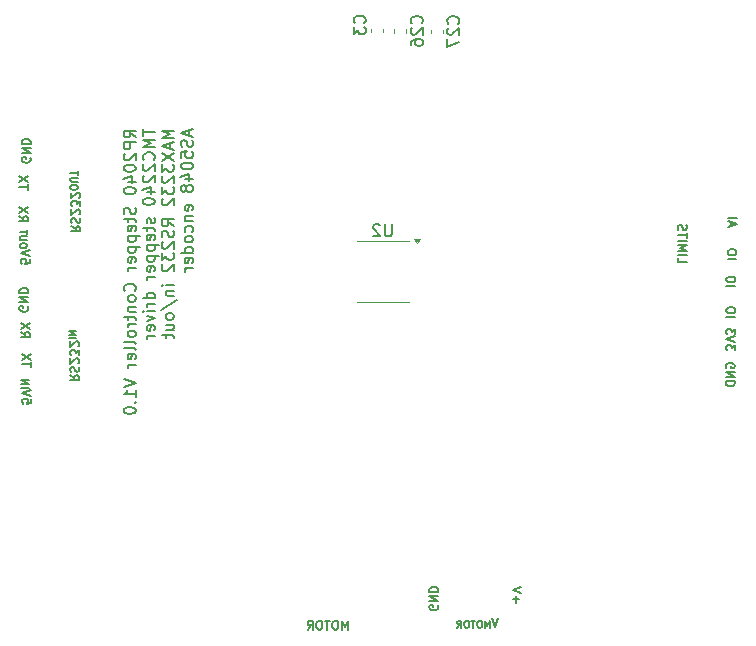
<source format=gbr>
%TF.GenerationSoftware,KiCad,Pcbnew,8.0.1*%
%TF.CreationDate,2024-04-11T10:52:21-07:00*%
%TF.ProjectId,TMC2240_RP2040,544d4332-3234-4305-9f52-50323034302e,rev?*%
%TF.SameCoordinates,Original*%
%TF.FileFunction,Legend,Bot*%
%TF.FilePolarity,Positive*%
%FSLAX46Y46*%
G04 Gerber Fmt 4.6, Leading zero omitted, Abs format (unit mm)*
G04 Created by KiCad (PCBNEW 8.0.1) date 2024-04-11 10:52:21*
%MOMM*%
%LPD*%
G01*
G04 APERTURE LIST*
%ADD10C,0.150000*%
%ADD11C,0.120000*%
G04 APERTURE END LIST*
D10*
X104489987Y-124508207D02*
X104013796Y-124174874D01*
X104489987Y-123936779D02*
X103489987Y-123936779D01*
X103489987Y-123936779D02*
X103489987Y-124317731D01*
X103489987Y-124317731D02*
X103537606Y-124412969D01*
X103537606Y-124412969D02*
X103585225Y-124460588D01*
X103585225Y-124460588D02*
X103680463Y-124508207D01*
X103680463Y-124508207D02*
X103823320Y-124508207D01*
X103823320Y-124508207D02*
X103918558Y-124460588D01*
X103918558Y-124460588D02*
X103966177Y-124412969D01*
X103966177Y-124412969D02*
X104013796Y-124317731D01*
X104013796Y-124317731D02*
X104013796Y-123936779D01*
X104489987Y-124936779D02*
X103489987Y-124936779D01*
X103489987Y-124936779D02*
X103489987Y-125317731D01*
X103489987Y-125317731D02*
X103537606Y-125412969D01*
X103537606Y-125412969D02*
X103585225Y-125460588D01*
X103585225Y-125460588D02*
X103680463Y-125508207D01*
X103680463Y-125508207D02*
X103823320Y-125508207D01*
X103823320Y-125508207D02*
X103918558Y-125460588D01*
X103918558Y-125460588D02*
X103966177Y-125412969D01*
X103966177Y-125412969D02*
X104013796Y-125317731D01*
X104013796Y-125317731D02*
X104013796Y-124936779D01*
X103585225Y-125889160D02*
X103537606Y-125936779D01*
X103537606Y-125936779D02*
X103489987Y-126032017D01*
X103489987Y-126032017D02*
X103489987Y-126270112D01*
X103489987Y-126270112D02*
X103537606Y-126365350D01*
X103537606Y-126365350D02*
X103585225Y-126412969D01*
X103585225Y-126412969D02*
X103680463Y-126460588D01*
X103680463Y-126460588D02*
X103775701Y-126460588D01*
X103775701Y-126460588D02*
X103918558Y-126412969D01*
X103918558Y-126412969D02*
X104489987Y-125841541D01*
X104489987Y-125841541D02*
X104489987Y-126460588D01*
X103489987Y-127079636D02*
X103489987Y-127174874D01*
X103489987Y-127174874D02*
X103537606Y-127270112D01*
X103537606Y-127270112D02*
X103585225Y-127317731D01*
X103585225Y-127317731D02*
X103680463Y-127365350D01*
X103680463Y-127365350D02*
X103870939Y-127412969D01*
X103870939Y-127412969D02*
X104109034Y-127412969D01*
X104109034Y-127412969D02*
X104299510Y-127365350D01*
X104299510Y-127365350D02*
X104394748Y-127317731D01*
X104394748Y-127317731D02*
X104442368Y-127270112D01*
X104442368Y-127270112D02*
X104489987Y-127174874D01*
X104489987Y-127174874D02*
X104489987Y-127079636D01*
X104489987Y-127079636D02*
X104442368Y-126984398D01*
X104442368Y-126984398D02*
X104394748Y-126936779D01*
X104394748Y-126936779D02*
X104299510Y-126889160D01*
X104299510Y-126889160D02*
X104109034Y-126841541D01*
X104109034Y-126841541D02*
X103870939Y-126841541D01*
X103870939Y-126841541D02*
X103680463Y-126889160D01*
X103680463Y-126889160D02*
X103585225Y-126936779D01*
X103585225Y-126936779D02*
X103537606Y-126984398D01*
X103537606Y-126984398D02*
X103489987Y-127079636D01*
X103823320Y-128270112D02*
X104489987Y-128270112D01*
X103442368Y-128032017D02*
X104156653Y-127793922D01*
X104156653Y-127793922D02*
X104156653Y-128412969D01*
X103489987Y-128984398D02*
X103489987Y-129079636D01*
X103489987Y-129079636D02*
X103537606Y-129174874D01*
X103537606Y-129174874D02*
X103585225Y-129222493D01*
X103585225Y-129222493D02*
X103680463Y-129270112D01*
X103680463Y-129270112D02*
X103870939Y-129317731D01*
X103870939Y-129317731D02*
X104109034Y-129317731D01*
X104109034Y-129317731D02*
X104299510Y-129270112D01*
X104299510Y-129270112D02*
X104394748Y-129222493D01*
X104394748Y-129222493D02*
X104442368Y-129174874D01*
X104442368Y-129174874D02*
X104489987Y-129079636D01*
X104489987Y-129079636D02*
X104489987Y-128984398D01*
X104489987Y-128984398D02*
X104442368Y-128889160D01*
X104442368Y-128889160D02*
X104394748Y-128841541D01*
X104394748Y-128841541D02*
X104299510Y-128793922D01*
X104299510Y-128793922D02*
X104109034Y-128746303D01*
X104109034Y-128746303D02*
X103870939Y-128746303D01*
X103870939Y-128746303D02*
X103680463Y-128793922D01*
X103680463Y-128793922D02*
X103585225Y-128841541D01*
X103585225Y-128841541D02*
X103537606Y-128889160D01*
X103537606Y-128889160D02*
X103489987Y-128984398D01*
X104442368Y-130460589D02*
X104489987Y-130603446D01*
X104489987Y-130603446D02*
X104489987Y-130841541D01*
X104489987Y-130841541D02*
X104442368Y-130936779D01*
X104442368Y-130936779D02*
X104394748Y-130984398D01*
X104394748Y-130984398D02*
X104299510Y-131032017D01*
X104299510Y-131032017D02*
X104204272Y-131032017D01*
X104204272Y-131032017D02*
X104109034Y-130984398D01*
X104109034Y-130984398D02*
X104061415Y-130936779D01*
X104061415Y-130936779D02*
X104013796Y-130841541D01*
X104013796Y-130841541D02*
X103966177Y-130651065D01*
X103966177Y-130651065D02*
X103918558Y-130555827D01*
X103918558Y-130555827D02*
X103870939Y-130508208D01*
X103870939Y-130508208D02*
X103775701Y-130460589D01*
X103775701Y-130460589D02*
X103680463Y-130460589D01*
X103680463Y-130460589D02*
X103585225Y-130508208D01*
X103585225Y-130508208D02*
X103537606Y-130555827D01*
X103537606Y-130555827D02*
X103489987Y-130651065D01*
X103489987Y-130651065D02*
X103489987Y-130889160D01*
X103489987Y-130889160D02*
X103537606Y-131032017D01*
X103823320Y-131317732D02*
X103823320Y-131698684D01*
X103489987Y-131460589D02*
X104347129Y-131460589D01*
X104347129Y-131460589D02*
X104442368Y-131508208D01*
X104442368Y-131508208D02*
X104489987Y-131603446D01*
X104489987Y-131603446D02*
X104489987Y-131698684D01*
X104442368Y-132412970D02*
X104489987Y-132317732D01*
X104489987Y-132317732D02*
X104489987Y-132127256D01*
X104489987Y-132127256D02*
X104442368Y-132032018D01*
X104442368Y-132032018D02*
X104347129Y-131984399D01*
X104347129Y-131984399D02*
X103966177Y-131984399D01*
X103966177Y-131984399D02*
X103870939Y-132032018D01*
X103870939Y-132032018D02*
X103823320Y-132127256D01*
X103823320Y-132127256D02*
X103823320Y-132317732D01*
X103823320Y-132317732D02*
X103870939Y-132412970D01*
X103870939Y-132412970D02*
X103966177Y-132460589D01*
X103966177Y-132460589D02*
X104061415Y-132460589D01*
X104061415Y-132460589D02*
X104156653Y-131984399D01*
X103823320Y-132889161D02*
X104823320Y-132889161D01*
X103870939Y-132889161D02*
X103823320Y-132984399D01*
X103823320Y-132984399D02*
X103823320Y-133174875D01*
X103823320Y-133174875D02*
X103870939Y-133270113D01*
X103870939Y-133270113D02*
X103918558Y-133317732D01*
X103918558Y-133317732D02*
X104013796Y-133365351D01*
X104013796Y-133365351D02*
X104299510Y-133365351D01*
X104299510Y-133365351D02*
X104394748Y-133317732D01*
X104394748Y-133317732D02*
X104442368Y-133270113D01*
X104442368Y-133270113D02*
X104489987Y-133174875D01*
X104489987Y-133174875D02*
X104489987Y-132984399D01*
X104489987Y-132984399D02*
X104442368Y-132889161D01*
X103823320Y-133793923D02*
X104823320Y-133793923D01*
X103870939Y-133793923D02*
X103823320Y-133889161D01*
X103823320Y-133889161D02*
X103823320Y-134079637D01*
X103823320Y-134079637D02*
X103870939Y-134174875D01*
X103870939Y-134174875D02*
X103918558Y-134222494D01*
X103918558Y-134222494D02*
X104013796Y-134270113D01*
X104013796Y-134270113D02*
X104299510Y-134270113D01*
X104299510Y-134270113D02*
X104394748Y-134222494D01*
X104394748Y-134222494D02*
X104442368Y-134174875D01*
X104442368Y-134174875D02*
X104489987Y-134079637D01*
X104489987Y-134079637D02*
X104489987Y-133889161D01*
X104489987Y-133889161D02*
X104442368Y-133793923D01*
X104442368Y-135079637D02*
X104489987Y-134984399D01*
X104489987Y-134984399D02*
X104489987Y-134793923D01*
X104489987Y-134793923D02*
X104442368Y-134698685D01*
X104442368Y-134698685D02*
X104347129Y-134651066D01*
X104347129Y-134651066D02*
X103966177Y-134651066D01*
X103966177Y-134651066D02*
X103870939Y-134698685D01*
X103870939Y-134698685D02*
X103823320Y-134793923D01*
X103823320Y-134793923D02*
X103823320Y-134984399D01*
X103823320Y-134984399D02*
X103870939Y-135079637D01*
X103870939Y-135079637D02*
X103966177Y-135127256D01*
X103966177Y-135127256D02*
X104061415Y-135127256D01*
X104061415Y-135127256D02*
X104156653Y-134651066D01*
X104489987Y-135555828D02*
X103823320Y-135555828D01*
X104013796Y-135555828D02*
X103918558Y-135603447D01*
X103918558Y-135603447D02*
X103870939Y-135651066D01*
X103870939Y-135651066D02*
X103823320Y-135746304D01*
X103823320Y-135746304D02*
X103823320Y-135841542D01*
X104394748Y-137508209D02*
X104442368Y-137460590D01*
X104442368Y-137460590D02*
X104489987Y-137317733D01*
X104489987Y-137317733D02*
X104489987Y-137222495D01*
X104489987Y-137222495D02*
X104442368Y-137079638D01*
X104442368Y-137079638D02*
X104347129Y-136984400D01*
X104347129Y-136984400D02*
X104251891Y-136936781D01*
X104251891Y-136936781D02*
X104061415Y-136889162D01*
X104061415Y-136889162D02*
X103918558Y-136889162D01*
X103918558Y-136889162D02*
X103728082Y-136936781D01*
X103728082Y-136936781D02*
X103632844Y-136984400D01*
X103632844Y-136984400D02*
X103537606Y-137079638D01*
X103537606Y-137079638D02*
X103489987Y-137222495D01*
X103489987Y-137222495D02*
X103489987Y-137317733D01*
X103489987Y-137317733D02*
X103537606Y-137460590D01*
X103537606Y-137460590D02*
X103585225Y-137508209D01*
X104489987Y-138079638D02*
X104442368Y-137984400D01*
X104442368Y-137984400D02*
X104394748Y-137936781D01*
X104394748Y-137936781D02*
X104299510Y-137889162D01*
X104299510Y-137889162D02*
X104013796Y-137889162D01*
X104013796Y-137889162D02*
X103918558Y-137936781D01*
X103918558Y-137936781D02*
X103870939Y-137984400D01*
X103870939Y-137984400D02*
X103823320Y-138079638D01*
X103823320Y-138079638D02*
X103823320Y-138222495D01*
X103823320Y-138222495D02*
X103870939Y-138317733D01*
X103870939Y-138317733D02*
X103918558Y-138365352D01*
X103918558Y-138365352D02*
X104013796Y-138412971D01*
X104013796Y-138412971D02*
X104299510Y-138412971D01*
X104299510Y-138412971D02*
X104394748Y-138365352D01*
X104394748Y-138365352D02*
X104442368Y-138317733D01*
X104442368Y-138317733D02*
X104489987Y-138222495D01*
X104489987Y-138222495D02*
X104489987Y-138079638D01*
X103823320Y-138841543D02*
X104489987Y-138841543D01*
X103918558Y-138841543D02*
X103870939Y-138889162D01*
X103870939Y-138889162D02*
X103823320Y-138984400D01*
X103823320Y-138984400D02*
X103823320Y-139127257D01*
X103823320Y-139127257D02*
X103870939Y-139222495D01*
X103870939Y-139222495D02*
X103966177Y-139270114D01*
X103966177Y-139270114D02*
X104489987Y-139270114D01*
X103823320Y-139603448D02*
X103823320Y-139984400D01*
X103489987Y-139746305D02*
X104347129Y-139746305D01*
X104347129Y-139746305D02*
X104442368Y-139793924D01*
X104442368Y-139793924D02*
X104489987Y-139889162D01*
X104489987Y-139889162D02*
X104489987Y-139984400D01*
X104489987Y-140317734D02*
X103823320Y-140317734D01*
X104013796Y-140317734D02*
X103918558Y-140365353D01*
X103918558Y-140365353D02*
X103870939Y-140412972D01*
X103870939Y-140412972D02*
X103823320Y-140508210D01*
X103823320Y-140508210D02*
X103823320Y-140603448D01*
X104489987Y-141079639D02*
X104442368Y-140984401D01*
X104442368Y-140984401D02*
X104394748Y-140936782D01*
X104394748Y-140936782D02*
X104299510Y-140889163D01*
X104299510Y-140889163D02*
X104013796Y-140889163D01*
X104013796Y-140889163D02*
X103918558Y-140936782D01*
X103918558Y-140936782D02*
X103870939Y-140984401D01*
X103870939Y-140984401D02*
X103823320Y-141079639D01*
X103823320Y-141079639D02*
X103823320Y-141222496D01*
X103823320Y-141222496D02*
X103870939Y-141317734D01*
X103870939Y-141317734D02*
X103918558Y-141365353D01*
X103918558Y-141365353D02*
X104013796Y-141412972D01*
X104013796Y-141412972D02*
X104299510Y-141412972D01*
X104299510Y-141412972D02*
X104394748Y-141365353D01*
X104394748Y-141365353D02*
X104442368Y-141317734D01*
X104442368Y-141317734D02*
X104489987Y-141222496D01*
X104489987Y-141222496D02*
X104489987Y-141079639D01*
X104489987Y-141984401D02*
X104442368Y-141889163D01*
X104442368Y-141889163D02*
X104347129Y-141841544D01*
X104347129Y-141841544D02*
X103489987Y-141841544D01*
X104489987Y-142508211D02*
X104442368Y-142412973D01*
X104442368Y-142412973D02*
X104347129Y-142365354D01*
X104347129Y-142365354D02*
X103489987Y-142365354D01*
X104442368Y-143270116D02*
X104489987Y-143174878D01*
X104489987Y-143174878D02*
X104489987Y-142984402D01*
X104489987Y-142984402D02*
X104442368Y-142889164D01*
X104442368Y-142889164D02*
X104347129Y-142841545D01*
X104347129Y-142841545D02*
X103966177Y-142841545D01*
X103966177Y-142841545D02*
X103870939Y-142889164D01*
X103870939Y-142889164D02*
X103823320Y-142984402D01*
X103823320Y-142984402D02*
X103823320Y-143174878D01*
X103823320Y-143174878D02*
X103870939Y-143270116D01*
X103870939Y-143270116D02*
X103966177Y-143317735D01*
X103966177Y-143317735D02*
X104061415Y-143317735D01*
X104061415Y-143317735D02*
X104156653Y-142841545D01*
X104489987Y-143746307D02*
X103823320Y-143746307D01*
X104013796Y-143746307D02*
X103918558Y-143793926D01*
X103918558Y-143793926D02*
X103870939Y-143841545D01*
X103870939Y-143841545D02*
X103823320Y-143936783D01*
X103823320Y-143936783D02*
X103823320Y-144032021D01*
X103489987Y-144984403D02*
X104489987Y-145317736D01*
X104489987Y-145317736D02*
X103489987Y-145651069D01*
X104489987Y-146508212D02*
X104489987Y-145936784D01*
X104489987Y-146222498D02*
X103489987Y-146222498D01*
X103489987Y-146222498D02*
X103632844Y-146127260D01*
X103632844Y-146127260D02*
X103728082Y-146032022D01*
X103728082Y-146032022D02*
X103775701Y-145936784D01*
X104394748Y-146936784D02*
X104442368Y-146984403D01*
X104442368Y-146984403D02*
X104489987Y-146936784D01*
X104489987Y-146936784D02*
X104442368Y-146889165D01*
X104442368Y-146889165D02*
X104394748Y-146936784D01*
X104394748Y-146936784D02*
X104489987Y-146936784D01*
X103489987Y-147603450D02*
X103489987Y-147698688D01*
X103489987Y-147698688D02*
X103537606Y-147793926D01*
X103537606Y-147793926D02*
X103585225Y-147841545D01*
X103585225Y-147841545D02*
X103680463Y-147889164D01*
X103680463Y-147889164D02*
X103870939Y-147936783D01*
X103870939Y-147936783D02*
X104109034Y-147936783D01*
X104109034Y-147936783D02*
X104299510Y-147889164D01*
X104299510Y-147889164D02*
X104394748Y-147841545D01*
X104394748Y-147841545D02*
X104442368Y-147793926D01*
X104442368Y-147793926D02*
X104489987Y-147698688D01*
X104489987Y-147698688D02*
X104489987Y-147603450D01*
X104489987Y-147603450D02*
X104442368Y-147508212D01*
X104442368Y-147508212D02*
X104394748Y-147460593D01*
X104394748Y-147460593D02*
X104299510Y-147412974D01*
X104299510Y-147412974D02*
X104109034Y-147365355D01*
X104109034Y-147365355D02*
X103870939Y-147365355D01*
X103870939Y-147365355D02*
X103680463Y-147412974D01*
X103680463Y-147412974D02*
X103585225Y-147460593D01*
X103585225Y-147460593D02*
X103537606Y-147508212D01*
X103537606Y-147508212D02*
X103489987Y-147603450D01*
X105099931Y-123793922D02*
X105099931Y-124365350D01*
X106099931Y-124079636D02*
X105099931Y-124079636D01*
X106099931Y-124698684D02*
X105099931Y-124698684D01*
X105099931Y-124698684D02*
X105814216Y-125032017D01*
X105814216Y-125032017D02*
X105099931Y-125365350D01*
X105099931Y-125365350D02*
X106099931Y-125365350D01*
X106004692Y-126412969D02*
X106052312Y-126365350D01*
X106052312Y-126365350D02*
X106099931Y-126222493D01*
X106099931Y-126222493D02*
X106099931Y-126127255D01*
X106099931Y-126127255D02*
X106052312Y-125984398D01*
X106052312Y-125984398D02*
X105957073Y-125889160D01*
X105957073Y-125889160D02*
X105861835Y-125841541D01*
X105861835Y-125841541D02*
X105671359Y-125793922D01*
X105671359Y-125793922D02*
X105528502Y-125793922D01*
X105528502Y-125793922D02*
X105338026Y-125841541D01*
X105338026Y-125841541D02*
X105242788Y-125889160D01*
X105242788Y-125889160D02*
X105147550Y-125984398D01*
X105147550Y-125984398D02*
X105099931Y-126127255D01*
X105099931Y-126127255D02*
X105099931Y-126222493D01*
X105099931Y-126222493D02*
X105147550Y-126365350D01*
X105147550Y-126365350D02*
X105195169Y-126412969D01*
X105195169Y-126793922D02*
X105147550Y-126841541D01*
X105147550Y-126841541D02*
X105099931Y-126936779D01*
X105099931Y-126936779D02*
X105099931Y-127174874D01*
X105099931Y-127174874D02*
X105147550Y-127270112D01*
X105147550Y-127270112D02*
X105195169Y-127317731D01*
X105195169Y-127317731D02*
X105290407Y-127365350D01*
X105290407Y-127365350D02*
X105385645Y-127365350D01*
X105385645Y-127365350D02*
X105528502Y-127317731D01*
X105528502Y-127317731D02*
X106099931Y-126746303D01*
X106099931Y-126746303D02*
X106099931Y-127365350D01*
X105195169Y-127746303D02*
X105147550Y-127793922D01*
X105147550Y-127793922D02*
X105099931Y-127889160D01*
X105099931Y-127889160D02*
X105099931Y-128127255D01*
X105099931Y-128127255D02*
X105147550Y-128222493D01*
X105147550Y-128222493D02*
X105195169Y-128270112D01*
X105195169Y-128270112D02*
X105290407Y-128317731D01*
X105290407Y-128317731D02*
X105385645Y-128317731D01*
X105385645Y-128317731D02*
X105528502Y-128270112D01*
X105528502Y-128270112D02*
X106099931Y-127698684D01*
X106099931Y-127698684D02*
X106099931Y-128317731D01*
X105433264Y-129174874D02*
X106099931Y-129174874D01*
X105052312Y-128936779D02*
X105766597Y-128698684D01*
X105766597Y-128698684D02*
X105766597Y-129317731D01*
X105099931Y-129889160D02*
X105099931Y-129984398D01*
X105099931Y-129984398D02*
X105147550Y-130079636D01*
X105147550Y-130079636D02*
X105195169Y-130127255D01*
X105195169Y-130127255D02*
X105290407Y-130174874D01*
X105290407Y-130174874D02*
X105480883Y-130222493D01*
X105480883Y-130222493D02*
X105718978Y-130222493D01*
X105718978Y-130222493D02*
X105909454Y-130174874D01*
X105909454Y-130174874D02*
X106004692Y-130127255D01*
X106004692Y-130127255D02*
X106052312Y-130079636D01*
X106052312Y-130079636D02*
X106099931Y-129984398D01*
X106099931Y-129984398D02*
X106099931Y-129889160D01*
X106099931Y-129889160D02*
X106052312Y-129793922D01*
X106052312Y-129793922D02*
X106004692Y-129746303D01*
X106004692Y-129746303D02*
X105909454Y-129698684D01*
X105909454Y-129698684D02*
X105718978Y-129651065D01*
X105718978Y-129651065D02*
X105480883Y-129651065D01*
X105480883Y-129651065D02*
X105290407Y-129698684D01*
X105290407Y-129698684D02*
X105195169Y-129746303D01*
X105195169Y-129746303D02*
X105147550Y-129793922D01*
X105147550Y-129793922D02*
X105099931Y-129889160D01*
X106052312Y-131365351D02*
X106099931Y-131460589D01*
X106099931Y-131460589D02*
X106099931Y-131651065D01*
X106099931Y-131651065D02*
X106052312Y-131746303D01*
X106052312Y-131746303D02*
X105957073Y-131793922D01*
X105957073Y-131793922D02*
X105909454Y-131793922D01*
X105909454Y-131793922D02*
X105814216Y-131746303D01*
X105814216Y-131746303D02*
X105766597Y-131651065D01*
X105766597Y-131651065D02*
X105766597Y-131508208D01*
X105766597Y-131508208D02*
X105718978Y-131412970D01*
X105718978Y-131412970D02*
X105623740Y-131365351D01*
X105623740Y-131365351D02*
X105576121Y-131365351D01*
X105576121Y-131365351D02*
X105480883Y-131412970D01*
X105480883Y-131412970D02*
X105433264Y-131508208D01*
X105433264Y-131508208D02*
X105433264Y-131651065D01*
X105433264Y-131651065D02*
X105480883Y-131746303D01*
X105433264Y-132079637D02*
X105433264Y-132460589D01*
X105099931Y-132222494D02*
X105957073Y-132222494D01*
X105957073Y-132222494D02*
X106052312Y-132270113D01*
X106052312Y-132270113D02*
X106099931Y-132365351D01*
X106099931Y-132365351D02*
X106099931Y-132460589D01*
X106052312Y-133174875D02*
X106099931Y-133079637D01*
X106099931Y-133079637D02*
X106099931Y-132889161D01*
X106099931Y-132889161D02*
X106052312Y-132793923D01*
X106052312Y-132793923D02*
X105957073Y-132746304D01*
X105957073Y-132746304D02*
X105576121Y-132746304D01*
X105576121Y-132746304D02*
X105480883Y-132793923D01*
X105480883Y-132793923D02*
X105433264Y-132889161D01*
X105433264Y-132889161D02*
X105433264Y-133079637D01*
X105433264Y-133079637D02*
X105480883Y-133174875D01*
X105480883Y-133174875D02*
X105576121Y-133222494D01*
X105576121Y-133222494D02*
X105671359Y-133222494D01*
X105671359Y-133222494D02*
X105766597Y-132746304D01*
X105433264Y-133651066D02*
X106433264Y-133651066D01*
X105480883Y-133651066D02*
X105433264Y-133746304D01*
X105433264Y-133746304D02*
X105433264Y-133936780D01*
X105433264Y-133936780D02*
X105480883Y-134032018D01*
X105480883Y-134032018D02*
X105528502Y-134079637D01*
X105528502Y-134079637D02*
X105623740Y-134127256D01*
X105623740Y-134127256D02*
X105909454Y-134127256D01*
X105909454Y-134127256D02*
X106004692Y-134079637D01*
X106004692Y-134079637D02*
X106052312Y-134032018D01*
X106052312Y-134032018D02*
X106099931Y-133936780D01*
X106099931Y-133936780D02*
X106099931Y-133746304D01*
X106099931Y-133746304D02*
X106052312Y-133651066D01*
X105433264Y-134555828D02*
X106433264Y-134555828D01*
X105480883Y-134555828D02*
X105433264Y-134651066D01*
X105433264Y-134651066D02*
X105433264Y-134841542D01*
X105433264Y-134841542D02*
X105480883Y-134936780D01*
X105480883Y-134936780D02*
X105528502Y-134984399D01*
X105528502Y-134984399D02*
X105623740Y-135032018D01*
X105623740Y-135032018D02*
X105909454Y-135032018D01*
X105909454Y-135032018D02*
X106004692Y-134984399D01*
X106004692Y-134984399D02*
X106052312Y-134936780D01*
X106052312Y-134936780D02*
X106099931Y-134841542D01*
X106099931Y-134841542D02*
X106099931Y-134651066D01*
X106099931Y-134651066D02*
X106052312Y-134555828D01*
X106052312Y-135841542D02*
X106099931Y-135746304D01*
X106099931Y-135746304D02*
X106099931Y-135555828D01*
X106099931Y-135555828D02*
X106052312Y-135460590D01*
X106052312Y-135460590D02*
X105957073Y-135412971D01*
X105957073Y-135412971D02*
X105576121Y-135412971D01*
X105576121Y-135412971D02*
X105480883Y-135460590D01*
X105480883Y-135460590D02*
X105433264Y-135555828D01*
X105433264Y-135555828D02*
X105433264Y-135746304D01*
X105433264Y-135746304D02*
X105480883Y-135841542D01*
X105480883Y-135841542D02*
X105576121Y-135889161D01*
X105576121Y-135889161D02*
X105671359Y-135889161D01*
X105671359Y-135889161D02*
X105766597Y-135412971D01*
X106099931Y-136317733D02*
X105433264Y-136317733D01*
X105623740Y-136317733D02*
X105528502Y-136365352D01*
X105528502Y-136365352D02*
X105480883Y-136412971D01*
X105480883Y-136412971D02*
X105433264Y-136508209D01*
X105433264Y-136508209D02*
X105433264Y-136603447D01*
X106099931Y-138127257D02*
X105099931Y-138127257D01*
X106052312Y-138127257D02*
X106099931Y-138032019D01*
X106099931Y-138032019D02*
X106099931Y-137841543D01*
X106099931Y-137841543D02*
X106052312Y-137746305D01*
X106052312Y-137746305D02*
X106004692Y-137698686D01*
X106004692Y-137698686D02*
X105909454Y-137651067D01*
X105909454Y-137651067D02*
X105623740Y-137651067D01*
X105623740Y-137651067D02*
X105528502Y-137698686D01*
X105528502Y-137698686D02*
X105480883Y-137746305D01*
X105480883Y-137746305D02*
X105433264Y-137841543D01*
X105433264Y-137841543D02*
X105433264Y-138032019D01*
X105433264Y-138032019D02*
X105480883Y-138127257D01*
X106099931Y-138603448D02*
X105433264Y-138603448D01*
X105623740Y-138603448D02*
X105528502Y-138651067D01*
X105528502Y-138651067D02*
X105480883Y-138698686D01*
X105480883Y-138698686D02*
X105433264Y-138793924D01*
X105433264Y-138793924D02*
X105433264Y-138889162D01*
X106099931Y-139222496D02*
X105433264Y-139222496D01*
X105099931Y-139222496D02*
X105147550Y-139174877D01*
X105147550Y-139174877D02*
X105195169Y-139222496D01*
X105195169Y-139222496D02*
X105147550Y-139270115D01*
X105147550Y-139270115D02*
X105099931Y-139222496D01*
X105099931Y-139222496D02*
X105195169Y-139222496D01*
X105433264Y-139603448D02*
X106099931Y-139841543D01*
X106099931Y-139841543D02*
X105433264Y-140079638D01*
X106052312Y-140841543D02*
X106099931Y-140746305D01*
X106099931Y-140746305D02*
X106099931Y-140555829D01*
X106099931Y-140555829D02*
X106052312Y-140460591D01*
X106052312Y-140460591D02*
X105957073Y-140412972D01*
X105957073Y-140412972D02*
X105576121Y-140412972D01*
X105576121Y-140412972D02*
X105480883Y-140460591D01*
X105480883Y-140460591D02*
X105433264Y-140555829D01*
X105433264Y-140555829D02*
X105433264Y-140746305D01*
X105433264Y-140746305D02*
X105480883Y-140841543D01*
X105480883Y-140841543D02*
X105576121Y-140889162D01*
X105576121Y-140889162D02*
X105671359Y-140889162D01*
X105671359Y-140889162D02*
X105766597Y-140412972D01*
X106099931Y-141317734D02*
X105433264Y-141317734D01*
X105623740Y-141317734D02*
X105528502Y-141365353D01*
X105528502Y-141365353D02*
X105480883Y-141412972D01*
X105480883Y-141412972D02*
X105433264Y-141508210D01*
X105433264Y-141508210D02*
X105433264Y-141603448D01*
X107709875Y-123936779D02*
X106709875Y-123936779D01*
X106709875Y-123936779D02*
X107424160Y-124270112D01*
X107424160Y-124270112D02*
X106709875Y-124603445D01*
X106709875Y-124603445D02*
X107709875Y-124603445D01*
X107424160Y-125032017D02*
X107424160Y-125508207D01*
X107709875Y-124936779D02*
X106709875Y-125270112D01*
X106709875Y-125270112D02*
X107709875Y-125603445D01*
X106709875Y-125841541D02*
X107709875Y-126508207D01*
X106709875Y-126508207D02*
X107709875Y-125841541D01*
X106709875Y-126793922D02*
X106709875Y-127412969D01*
X106709875Y-127412969D02*
X107090827Y-127079636D01*
X107090827Y-127079636D02*
X107090827Y-127222493D01*
X107090827Y-127222493D02*
X107138446Y-127317731D01*
X107138446Y-127317731D02*
X107186065Y-127365350D01*
X107186065Y-127365350D02*
X107281303Y-127412969D01*
X107281303Y-127412969D02*
X107519398Y-127412969D01*
X107519398Y-127412969D02*
X107614636Y-127365350D01*
X107614636Y-127365350D02*
X107662256Y-127317731D01*
X107662256Y-127317731D02*
X107709875Y-127222493D01*
X107709875Y-127222493D02*
X107709875Y-126936779D01*
X107709875Y-126936779D02*
X107662256Y-126841541D01*
X107662256Y-126841541D02*
X107614636Y-126793922D01*
X106805113Y-127793922D02*
X106757494Y-127841541D01*
X106757494Y-127841541D02*
X106709875Y-127936779D01*
X106709875Y-127936779D02*
X106709875Y-128174874D01*
X106709875Y-128174874D02*
X106757494Y-128270112D01*
X106757494Y-128270112D02*
X106805113Y-128317731D01*
X106805113Y-128317731D02*
X106900351Y-128365350D01*
X106900351Y-128365350D02*
X106995589Y-128365350D01*
X106995589Y-128365350D02*
X107138446Y-128317731D01*
X107138446Y-128317731D02*
X107709875Y-127746303D01*
X107709875Y-127746303D02*
X107709875Y-128365350D01*
X106709875Y-128698684D02*
X106709875Y-129317731D01*
X106709875Y-129317731D02*
X107090827Y-128984398D01*
X107090827Y-128984398D02*
X107090827Y-129127255D01*
X107090827Y-129127255D02*
X107138446Y-129222493D01*
X107138446Y-129222493D02*
X107186065Y-129270112D01*
X107186065Y-129270112D02*
X107281303Y-129317731D01*
X107281303Y-129317731D02*
X107519398Y-129317731D01*
X107519398Y-129317731D02*
X107614636Y-129270112D01*
X107614636Y-129270112D02*
X107662256Y-129222493D01*
X107662256Y-129222493D02*
X107709875Y-129127255D01*
X107709875Y-129127255D02*
X107709875Y-128841541D01*
X107709875Y-128841541D02*
X107662256Y-128746303D01*
X107662256Y-128746303D02*
X107614636Y-128698684D01*
X106805113Y-129698684D02*
X106757494Y-129746303D01*
X106757494Y-129746303D02*
X106709875Y-129841541D01*
X106709875Y-129841541D02*
X106709875Y-130079636D01*
X106709875Y-130079636D02*
X106757494Y-130174874D01*
X106757494Y-130174874D02*
X106805113Y-130222493D01*
X106805113Y-130222493D02*
X106900351Y-130270112D01*
X106900351Y-130270112D02*
X106995589Y-130270112D01*
X106995589Y-130270112D02*
X107138446Y-130222493D01*
X107138446Y-130222493D02*
X107709875Y-129651065D01*
X107709875Y-129651065D02*
X107709875Y-130270112D01*
X107709875Y-132032017D02*
X107233684Y-131698684D01*
X107709875Y-131460589D02*
X106709875Y-131460589D01*
X106709875Y-131460589D02*
X106709875Y-131841541D01*
X106709875Y-131841541D02*
X106757494Y-131936779D01*
X106757494Y-131936779D02*
X106805113Y-131984398D01*
X106805113Y-131984398D02*
X106900351Y-132032017D01*
X106900351Y-132032017D02*
X107043208Y-132032017D01*
X107043208Y-132032017D02*
X107138446Y-131984398D01*
X107138446Y-131984398D02*
X107186065Y-131936779D01*
X107186065Y-131936779D02*
X107233684Y-131841541D01*
X107233684Y-131841541D02*
X107233684Y-131460589D01*
X107662256Y-132412970D02*
X107709875Y-132555827D01*
X107709875Y-132555827D02*
X107709875Y-132793922D01*
X107709875Y-132793922D02*
X107662256Y-132889160D01*
X107662256Y-132889160D02*
X107614636Y-132936779D01*
X107614636Y-132936779D02*
X107519398Y-132984398D01*
X107519398Y-132984398D02*
X107424160Y-132984398D01*
X107424160Y-132984398D02*
X107328922Y-132936779D01*
X107328922Y-132936779D02*
X107281303Y-132889160D01*
X107281303Y-132889160D02*
X107233684Y-132793922D01*
X107233684Y-132793922D02*
X107186065Y-132603446D01*
X107186065Y-132603446D02*
X107138446Y-132508208D01*
X107138446Y-132508208D02*
X107090827Y-132460589D01*
X107090827Y-132460589D02*
X106995589Y-132412970D01*
X106995589Y-132412970D02*
X106900351Y-132412970D01*
X106900351Y-132412970D02*
X106805113Y-132460589D01*
X106805113Y-132460589D02*
X106757494Y-132508208D01*
X106757494Y-132508208D02*
X106709875Y-132603446D01*
X106709875Y-132603446D02*
X106709875Y-132841541D01*
X106709875Y-132841541D02*
X106757494Y-132984398D01*
X106805113Y-133365351D02*
X106757494Y-133412970D01*
X106757494Y-133412970D02*
X106709875Y-133508208D01*
X106709875Y-133508208D02*
X106709875Y-133746303D01*
X106709875Y-133746303D02*
X106757494Y-133841541D01*
X106757494Y-133841541D02*
X106805113Y-133889160D01*
X106805113Y-133889160D02*
X106900351Y-133936779D01*
X106900351Y-133936779D02*
X106995589Y-133936779D01*
X106995589Y-133936779D02*
X107138446Y-133889160D01*
X107138446Y-133889160D02*
X107709875Y-133317732D01*
X107709875Y-133317732D02*
X107709875Y-133936779D01*
X106709875Y-134270113D02*
X106709875Y-134889160D01*
X106709875Y-134889160D02*
X107090827Y-134555827D01*
X107090827Y-134555827D02*
X107090827Y-134698684D01*
X107090827Y-134698684D02*
X107138446Y-134793922D01*
X107138446Y-134793922D02*
X107186065Y-134841541D01*
X107186065Y-134841541D02*
X107281303Y-134889160D01*
X107281303Y-134889160D02*
X107519398Y-134889160D01*
X107519398Y-134889160D02*
X107614636Y-134841541D01*
X107614636Y-134841541D02*
X107662256Y-134793922D01*
X107662256Y-134793922D02*
X107709875Y-134698684D01*
X107709875Y-134698684D02*
X107709875Y-134412970D01*
X107709875Y-134412970D02*
X107662256Y-134317732D01*
X107662256Y-134317732D02*
X107614636Y-134270113D01*
X106805113Y-135270113D02*
X106757494Y-135317732D01*
X106757494Y-135317732D02*
X106709875Y-135412970D01*
X106709875Y-135412970D02*
X106709875Y-135651065D01*
X106709875Y-135651065D02*
X106757494Y-135746303D01*
X106757494Y-135746303D02*
X106805113Y-135793922D01*
X106805113Y-135793922D02*
X106900351Y-135841541D01*
X106900351Y-135841541D02*
X106995589Y-135841541D01*
X106995589Y-135841541D02*
X107138446Y-135793922D01*
X107138446Y-135793922D02*
X107709875Y-135222494D01*
X107709875Y-135222494D02*
X107709875Y-135841541D01*
X107709875Y-137032018D02*
X107043208Y-137032018D01*
X106709875Y-137032018D02*
X106757494Y-136984399D01*
X106757494Y-136984399D02*
X106805113Y-137032018D01*
X106805113Y-137032018D02*
X106757494Y-137079637D01*
X106757494Y-137079637D02*
X106709875Y-137032018D01*
X106709875Y-137032018D02*
X106805113Y-137032018D01*
X107043208Y-137508208D02*
X107709875Y-137508208D01*
X107138446Y-137508208D02*
X107090827Y-137555827D01*
X107090827Y-137555827D02*
X107043208Y-137651065D01*
X107043208Y-137651065D02*
X107043208Y-137793922D01*
X107043208Y-137793922D02*
X107090827Y-137889160D01*
X107090827Y-137889160D02*
X107186065Y-137936779D01*
X107186065Y-137936779D02*
X107709875Y-137936779D01*
X106662256Y-139127255D02*
X107947970Y-138270113D01*
X107709875Y-139603446D02*
X107662256Y-139508208D01*
X107662256Y-139508208D02*
X107614636Y-139460589D01*
X107614636Y-139460589D02*
X107519398Y-139412970D01*
X107519398Y-139412970D02*
X107233684Y-139412970D01*
X107233684Y-139412970D02*
X107138446Y-139460589D01*
X107138446Y-139460589D02*
X107090827Y-139508208D01*
X107090827Y-139508208D02*
X107043208Y-139603446D01*
X107043208Y-139603446D02*
X107043208Y-139746303D01*
X107043208Y-139746303D02*
X107090827Y-139841541D01*
X107090827Y-139841541D02*
X107138446Y-139889160D01*
X107138446Y-139889160D02*
X107233684Y-139936779D01*
X107233684Y-139936779D02*
X107519398Y-139936779D01*
X107519398Y-139936779D02*
X107614636Y-139889160D01*
X107614636Y-139889160D02*
X107662256Y-139841541D01*
X107662256Y-139841541D02*
X107709875Y-139746303D01*
X107709875Y-139746303D02*
X107709875Y-139603446D01*
X107043208Y-140793922D02*
X107709875Y-140793922D01*
X107043208Y-140365351D02*
X107567017Y-140365351D01*
X107567017Y-140365351D02*
X107662256Y-140412970D01*
X107662256Y-140412970D02*
X107709875Y-140508208D01*
X107709875Y-140508208D02*
X107709875Y-140651065D01*
X107709875Y-140651065D02*
X107662256Y-140746303D01*
X107662256Y-140746303D02*
X107614636Y-140793922D01*
X107043208Y-141127256D02*
X107043208Y-141508208D01*
X106709875Y-141270113D02*
X107567017Y-141270113D01*
X107567017Y-141270113D02*
X107662256Y-141317732D01*
X107662256Y-141317732D02*
X107709875Y-141412970D01*
X107709875Y-141412970D02*
X107709875Y-141508208D01*
X109034104Y-123889160D02*
X109034104Y-124365350D01*
X109319819Y-123793922D02*
X108319819Y-124127255D01*
X108319819Y-124127255D02*
X109319819Y-124460588D01*
X109272200Y-124746303D02*
X109319819Y-124889160D01*
X109319819Y-124889160D02*
X109319819Y-125127255D01*
X109319819Y-125127255D02*
X109272200Y-125222493D01*
X109272200Y-125222493D02*
X109224580Y-125270112D01*
X109224580Y-125270112D02*
X109129342Y-125317731D01*
X109129342Y-125317731D02*
X109034104Y-125317731D01*
X109034104Y-125317731D02*
X108938866Y-125270112D01*
X108938866Y-125270112D02*
X108891247Y-125222493D01*
X108891247Y-125222493D02*
X108843628Y-125127255D01*
X108843628Y-125127255D02*
X108796009Y-124936779D01*
X108796009Y-124936779D02*
X108748390Y-124841541D01*
X108748390Y-124841541D02*
X108700771Y-124793922D01*
X108700771Y-124793922D02*
X108605533Y-124746303D01*
X108605533Y-124746303D02*
X108510295Y-124746303D01*
X108510295Y-124746303D02*
X108415057Y-124793922D01*
X108415057Y-124793922D02*
X108367438Y-124841541D01*
X108367438Y-124841541D02*
X108319819Y-124936779D01*
X108319819Y-124936779D02*
X108319819Y-125174874D01*
X108319819Y-125174874D02*
X108367438Y-125317731D01*
X108319819Y-126222493D02*
X108319819Y-125746303D01*
X108319819Y-125746303D02*
X108796009Y-125698684D01*
X108796009Y-125698684D02*
X108748390Y-125746303D01*
X108748390Y-125746303D02*
X108700771Y-125841541D01*
X108700771Y-125841541D02*
X108700771Y-126079636D01*
X108700771Y-126079636D02*
X108748390Y-126174874D01*
X108748390Y-126174874D02*
X108796009Y-126222493D01*
X108796009Y-126222493D02*
X108891247Y-126270112D01*
X108891247Y-126270112D02*
X109129342Y-126270112D01*
X109129342Y-126270112D02*
X109224580Y-126222493D01*
X109224580Y-126222493D02*
X109272200Y-126174874D01*
X109272200Y-126174874D02*
X109319819Y-126079636D01*
X109319819Y-126079636D02*
X109319819Y-125841541D01*
X109319819Y-125841541D02*
X109272200Y-125746303D01*
X109272200Y-125746303D02*
X109224580Y-125698684D01*
X108319819Y-126889160D02*
X108319819Y-126984398D01*
X108319819Y-126984398D02*
X108367438Y-127079636D01*
X108367438Y-127079636D02*
X108415057Y-127127255D01*
X108415057Y-127127255D02*
X108510295Y-127174874D01*
X108510295Y-127174874D02*
X108700771Y-127222493D01*
X108700771Y-127222493D02*
X108938866Y-127222493D01*
X108938866Y-127222493D02*
X109129342Y-127174874D01*
X109129342Y-127174874D02*
X109224580Y-127127255D01*
X109224580Y-127127255D02*
X109272200Y-127079636D01*
X109272200Y-127079636D02*
X109319819Y-126984398D01*
X109319819Y-126984398D02*
X109319819Y-126889160D01*
X109319819Y-126889160D02*
X109272200Y-126793922D01*
X109272200Y-126793922D02*
X109224580Y-126746303D01*
X109224580Y-126746303D02*
X109129342Y-126698684D01*
X109129342Y-126698684D02*
X108938866Y-126651065D01*
X108938866Y-126651065D02*
X108700771Y-126651065D01*
X108700771Y-126651065D02*
X108510295Y-126698684D01*
X108510295Y-126698684D02*
X108415057Y-126746303D01*
X108415057Y-126746303D02*
X108367438Y-126793922D01*
X108367438Y-126793922D02*
X108319819Y-126889160D01*
X108653152Y-128079636D02*
X109319819Y-128079636D01*
X108272200Y-127841541D02*
X108986485Y-127603446D01*
X108986485Y-127603446D02*
X108986485Y-128222493D01*
X108748390Y-128746303D02*
X108700771Y-128651065D01*
X108700771Y-128651065D02*
X108653152Y-128603446D01*
X108653152Y-128603446D02*
X108557914Y-128555827D01*
X108557914Y-128555827D02*
X108510295Y-128555827D01*
X108510295Y-128555827D02*
X108415057Y-128603446D01*
X108415057Y-128603446D02*
X108367438Y-128651065D01*
X108367438Y-128651065D02*
X108319819Y-128746303D01*
X108319819Y-128746303D02*
X108319819Y-128936779D01*
X108319819Y-128936779D02*
X108367438Y-129032017D01*
X108367438Y-129032017D02*
X108415057Y-129079636D01*
X108415057Y-129079636D02*
X108510295Y-129127255D01*
X108510295Y-129127255D02*
X108557914Y-129127255D01*
X108557914Y-129127255D02*
X108653152Y-129079636D01*
X108653152Y-129079636D02*
X108700771Y-129032017D01*
X108700771Y-129032017D02*
X108748390Y-128936779D01*
X108748390Y-128936779D02*
X108748390Y-128746303D01*
X108748390Y-128746303D02*
X108796009Y-128651065D01*
X108796009Y-128651065D02*
X108843628Y-128603446D01*
X108843628Y-128603446D02*
X108938866Y-128555827D01*
X108938866Y-128555827D02*
X109129342Y-128555827D01*
X109129342Y-128555827D02*
X109224580Y-128603446D01*
X109224580Y-128603446D02*
X109272200Y-128651065D01*
X109272200Y-128651065D02*
X109319819Y-128746303D01*
X109319819Y-128746303D02*
X109319819Y-128936779D01*
X109319819Y-128936779D02*
X109272200Y-129032017D01*
X109272200Y-129032017D02*
X109224580Y-129079636D01*
X109224580Y-129079636D02*
X109129342Y-129127255D01*
X109129342Y-129127255D02*
X108938866Y-129127255D01*
X108938866Y-129127255D02*
X108843628Y-129079636D01*
X108843628Y-129079636D02*
X108796009Y-129032017D01*
X108796009Y-129032017D02*
X108748390Y-128936779D01*
X109272200Y-130698684D02*
X109319819Y-130603446D01*
X109319819Y-130603446D02*
X109319819Y-130412970D01*
X109319819Y-130412970D02*
X109272200Y-130317732D01*
X109272200Y-130317732D02*
X109176961Y-130270113D01*
X109176961Y-130270113D02*
X108796009Y-130270113D01*
X108796009Y-130270113D02*
X108700771Y-130317732D01*
X108700771Y-130317732D02*
X108653152Y-130412970D01*
X108653152Y-130412970D02*
X108653152Y-130603446D01*
X108653152Y-130603446D02*
X108700771Y-130698684D01*
X108700771Y-130698684D02*
X108796009Y-130746303D01*
X108796009Y-130746303D02*
X108891247Y-130746303D01*
X108891247Y-130746303D02*
X108986485Y-130270113D01*
X108653152Y-131174875D02*
X109319819Y-131174875D01*
X108748390Y-131174875D02*
X108700771Y-131222494D01*
X108700771Y-131222494D02*
X108653152Y-131317732D01*
X108653152Y-131317732D02*
X108653152Y-131460589D01*
X108653152Y-131460589D02*
X108700771Y-131555827D01*
X108700771Y-131555827D02*
X108796009Y-131603446D01*
X108796009Y-131603446D02*
X109319819Y-131603446D01*
X109272200Y-132508208D02*
X109319819Y-132412970D01*
X109319819Y-132412970D02*
X109319819Y-132222494D01*
X109319819Y-132222494D02*
X109272200Y-132127256D01*
X109272200Y-132127256D02*
X109224580Y-132079637D01*
X109224580Y-132079637D02*
X109129342Y-132032018D01*
X109129342Y-132032018D02*
X108843628Y-132032018D01*
X108843628Y-132032018D02*
X108748390Y-132079637D01*
X108748390Y-132079637D02*
X108700771Y-132127256D01*
X108700771Y-132127256D02*
X108653152Y-132222494D01*
X108653152Y-132222494D02*
X108653152Y-132412970D01*
X108653152Y-132412970D02*
X108700771Y-132508208D01*
X109319819Y-133079637D02*
X109272200Y-132984399D01*
X109272200Y-132984399D02*
X109224580Y-132936780D01*
X109224580Y-132936780D02*
X109129342Y-132889161D01*
X109129342Y-132889161D02*
X108843628Y-132889161D01*
X108843628Y-132889161D02*
X108748390Y-132936780D01*
X108748390Y-132936780D02*
X108700771Y-132984399D01*
X108700771Y-132984399D02*
X108653152Y-133079637D01*
X108653152Y-133079637D02*
X108653152Y-133222494D01*
X108653152Y-133222494D02*
X108700771Y-133317732D01*
X108700771Y-133317732D02*
X108748390Y-133365351D01*
X108748390Y-133365351D02*
X108843628Y-133412970D01*
X108843628Y-133412970D02*
X109129342Y-133412970D01*
X109129342Y-133412970D02*
X109224580Y-133365351D01*
X109224580Y-133365351D02*
X109272200Y-133317732D01*
X109272200Y-133317732D02*
X109319819Y-133222494D01*
X109319819Y-133222494D02*
X109319819Y-133079637D01*
X109319819Y-134270113D02*
X108319819Y-134270113D01*
X109272200Y-134270113D02*
X109319819Y-134174875D01*
X109319819Y-134174875D02*
X109319819Y-133984399D01*
X109319819Y-133984399D02*
X109272200Y-133889161D01*
X109272200Y-133889161D02*
X109224580Y-133841542D01*
X109224580Y-133841542D02*
X109129342Y-133793923D01*
X109129342Y-133793923D02*
X108843628Y-133793923D01*
X108843628Y-133793923D02*
X108748390Y-133841542D01*
X108748390Y-133841542D02*
X108700771Y-133889161D01*
X108700771Y-133889161D02*
X108653152Y-133984399D01*
X108653152Y-133984399D02*
X108653152Y-134174875D01*
X108653152Y-134174875D02*
X108700771Y-134270113D01*
X109272200Y-135127256D02*
X109319819Y-135032018D01*
X109319819Y-135032018D02*
X109319819Y-134841542D01*
X109319819Y-134841542D02*
X109272200Y-134746304D01*
X109272200Y-134746304D02*
X109176961Y-134698685D01*
X109176961Y-134698685D02*
X108796009Y-134698685D01*
X108796009Y-134698685D02*
X108700771Y-134746304D01*
X108700771Y-134746304D02*
X108653152Y-134841542D01*
X108653152Y-134841542D02*
X108653152Y-135032018D01*
X108653152Y-135032018D02*
X108700771Y-135127256D01*
X108700771Y-135127256D02*
X108796009Y-135174875D01*
X108796009Y-135174875D02*
X108891247Y-135174875D01*
X108891247Y-135174875D02*
X108986485Y-134698685D01*
X109319819Y-135603447D02*
X108653152Y-135603447D01*
X108843628Y-135603447D02*
X108748390Y-135651066D01*
X108748390Y-135651066D02*
X108700771Y-135698685D01*
X108700771Y-135698685D02*
X108653152Y-135793923D01*
X108653152Y-135793923D02*
X108653152Y-135889161D01*
X122472744Y-166200414D02*
X122472744Y-165450414D01*
X122472744Y-165450414D02*
X122222744Y-165986128D01*
X122222744Y-165986128D02*
X121972744Y-165450414D01*
X121972744Y-165450414D02*
X121972744Y-166200414D01*
X121472744Y-165450414D02*
X121329887Y-165450414D01*
X121329887Y-165450414D02*
X121258458Y-165486128D01*
X121258458Y-165486128D02*
X121187030Y-165557557D01*
X121187030Y-165557557D02*
X121151315Y-165700414D01*
X121151315Y-165700414D02*
X121151315Y-165950414D01*
X121151315Y-165950414D02*
X121187030Y-166093271D01*
X121187030Y-166093271D02*
X121258458Y-166164700D01*
X121258458Y-166164700D02*
X121329887Y-166200414D01*
X121329887Y-166200414D02*
X121472744Y-166200414D01*
X121472744Y-166200414D02*
X121544173Y-166164700D01*
X121544173Y-166164700D02*
X121615601Y-166093271D01*
X121615601Y-166093271D02*
X121651315Y-165950414D01*
X121651315Y-165950414D02*
X121651315Y-165700414D01*
X121651315Y-165700414D02*
X121615601Y-165557557D01*
X121615601Y-165557557D02*
X121544173Y-165486128D01*
X121544173Y-165486128D02*
X121472744Y-165450414D01*
X120937030Y-165450414D02*
X120508459Y-165450414D01*
X120722744Y-166200414D02*
X120722744Y-165450414D01*
X120115601Y-165450414D02*
X119972744Y-165450414D01*
X119972744Y-165450414D02*
X119901315Y-165486128D01*
X119901315Y-165486128D02*
X119829887Y-165557557D01*
X119829887Y-165557557D02*
X119794172Y-165700414D01*
X119794172Y-165700414D02*
X119794172Y-165950414D01*
X119794172Y-165950414D02*
X119829887Y-166093271D01*
X119829887Y-166093271D02*
X119901315Y-166164700D01*
X119901315Y-166164700D02*
X119972744Y-166200414D01*
X119972744Y-166200414D02*
X120115601Y-166200414D01*
X120115601Y-166200414D02*
X120187030Y-166164700D01*
X120187030Y-166164700D02*
X120258458Y-166093271D01*
X120258458Y-166093271D02*
X120294172Y-165950414D01*
X120294172Y-165950414D02*
X120294172Y-165700414D01*
X120294172Y-165700414D02*
X120258458Y-165557557D01*
X120258458Y-165557557D02*
X120187030Y-165486128D01*
X120187030Y-165486128D02*
X120115601Y-165450414D01*
X119044173Y-166200414D02*
X119294173Y-165843271D01*
X119472744Y-166200414D02*
X119472744Y-165450414D01*
X119472744Y-165450414D02*
X119187030Y-165450414D01*
X119187030Y-165450414D02*
X119115601Y-165486128D01*
X119115601Y-165486128D02*
X119079887Y-165521842D01*
X119079887Y-165521842D02*
X119044173Y-165593271D01*
X119044173Y-165593271D02*
X119044173Y-165700414D01*
X119044173Y-165700414D02*
X119079887Y-165771842D01*
X119079887Y-165771842D02*
X119115601Y-165807557D01*
X119115601Y-165807557D02*
X119187030Y-165843271D01*
X119187030Y-165843271D02*
X119472744Y-165843271D01*
X136685300Y-163922744D02*
X136685300Y-163351316D01*
X136399585Y-163637030D02*
X136971014Y-163637030D01*
X137149585Y-163101316D02*
X136399585Y-162851316D01*
X136399585Y-162851316D02*
X137149585Y-162601316D01*
X135179887Y-165200414D02*
X134929887Y-165950414D01*
X134929887Y-165950414D02*
X134679887Y-165200414D01*
X134465601Y-166033271D02*
X134465601Y-165433271D01*
X134465601Y-165433271D02*
X134265601Y-165861842D01*
X134265601Y-165861842D02*
X134065601Y-165433271D01*
X134065601Y-165433271D02*
X134065601Y-166033271D01*
X133665602Y-165433271D02*
X133551316Y-165433271D01*
X133551316Y-165433271D02*
X133494173Y-165461842D01*
X133494173Y-165461842D02*
X133437030Y-165518985D01*
X133437030Y-165518985D02*
X133408459Y-165633271D01*
X133408459Y-165633271D02*
X133408459Y-165833271D01*
X133408459Y-165833271D02*
X133437030Y-165947557D01*
X133437030Y-165947557D02*
X133494173Y-166004700D01*
X133494173Y-166004700D02*
X133551316Y-166033271D01*
X133551316Y-166033271D02*
X133665602Y-166033271D01*
X133665602Y-166033271D02*
X133722745Y-166004700D01*
X133722745Y-166004700D02*
X133779887Y-165947557D01*
X133779887Y-165947557D02*
X133808459Y-165833271D01*
X133808459Y-165833271D02*
X133808459Y-165633271D01*
X133808459Y-165633271D02*
X133779887Y-165518985D01*
X133779887Y-165518985D02*
X133722745Y-165461842D01*
X133722745Y-165461842D02*
X133665602Y-165433271D01*
X133237031Y-165433271D02*
X132894174Y-165433271D01*
X133065602Y-166033271D02*
X133065602Y-165433271D01*
X132579888Y-165433271D02*
X132465602Y-165433271D01*
X132465602Y-165433271D02*
X132408459Y-165461842D01*
X132408459Y-165461842D02*
X132351316Y-165518985D01*
X132351316Y-165518985D02*
X132322745Y-165633271D01*
X132322745Y-165633271D02*
X132322745Y-165833271D01*
X132322745Y-165833271D02*
X132351316Y-165947557D01*
X132351316Y-165947557D02*
X132408459Y-166004700D01*
X132408459Y-166004700D02*
X132465602Y-166033271D01*
X132465602Y-166033271D02*
X132579888Y-166033271D01*
X132579888Y-166033271D02*
X132637031Y-166004700D01*
X132637031Y-166004700D02*
X132694173Y-165947557D01*
X132694173Y-165947557D02*
X132722745Y-165833271D01*
X132722745Y-165833271D02*
X132722745Y-165633271D01*
X132722745Y-165633271D02*
X132694173Y-165518985D01*
X132694173Y-165518985D02*
X132637031Y-165461842D01*
X132637031Y-165461842D02*
X132579888Y-165433271D01*
X131722745Y-166033271D02*
X131922745Y-165747557D01*
X132065602Y-166033271D02*
X132065602Y-165433271D01*
X132065602Y-165433271D02*
X131837031Y-165433271D01*
X131837031Y-165433271D02*
X131779888Y-165461842D01*
X131779888Y-165461842D02*
X131751317Y-165490414D01*
X131751317Y-165490414D02*
X131722745Y-165547557D01*
X131722745Y-165547557D02*
X131722745Y-165633271D01*
X131722745Y-165633271D02*
X131751317Y-165690414D01*
X131751317Y-165690414D02*
X131779888Y-165718985D01*
X131779888Y-165718985D02*
X131837031Y-165747557D01*
X131837031Y-165747557D02*
X132065602Y-165747557D01*
X130063871Y-164129887D02*
X130099585Y-164201316D01*
X130099585Y-164201316D02*
X130099585Y-164308458D01*
X130099585Y-164308458D02*
X130063871Y-164415601D01*
X130063871Y-164415601D02*
X129992442Y-164487030D01*
X129992442Y-164487030D02*
X129921014Y-164522744D01*
X129921014Y-164522744D02*
X129778157Y-164558458D01*
X129778157Y-164558458D02*
X129671014Y-164558458D01*
X129671014Y-164558458D02*
X129528157Y-164522744D01*
X129528157Y-164522744D02*
X129456728Y-164487030D01*
X129456728Y-164487030D02*
X129385300Y-164415601D01*
X129385300Y-164415601D02*
X129349585Y-164308458D01*
X129349585Y-164308458D02*
X129349585Y-164237030D01*
X129349585Y-164237030D02*
X129385300Y-164129887D01*
X129385300Y-164129887D02*
X129421014Y-164094173D01*
X129421014Y-164094173D02*
X129671014Y-164094173D01*
X129671014Y-164094173D02*
X129671014Y-164237030D01*
X129349585Y-163772744D02*
X130099585Y-163772744D01*
X130099585Y-163772744D02*
X129349585Y-163344173D01*
X129349585Y-163344173D02*
X130099585Y-163344173D01*
X129349585Y-162987030D02*
X130099585Y-162987030D01*
X130099585Y-162987030D02*
X130099585Y-162808459D01*
X130099585Y-162808459D02*
X130063871Y-162701316D01*
X130063871Y-162701316D02*
X129992442Y-162629887D01*
X129992442Y-162629887D02*
X129921014Y-162594173D01*
X129921014Y-162594173D02*
X129778157Y-162558459D01*
X129778157Y-162558459D02*
X129671014Y-162558459D01*
X129671014Y-162558459D02*
X129528157Y-162594173D01*
X129528157Y-162594173D02*
X129456728Y-162629887D01*
X129456728Y-162629887D02*
X129385300Y-162701316D01*
X129385300Y-162701316D02*
X129349585Y-162808459D01*
X129349585Y-162808459D02*
X129349585Y-162987030D01*
X154863871Y-132008458D02*
X154863871Y-131651316D01*
X154649585Y-132079887D02*
X155399585Y-131829887D01*
X155399585Y-131829887D02*
X154649585Y-131579887D01*
X154649585Y-131329887D02*
X155399585Y-131329887D01*
X154499585Y-137122744D02*
X155249585Y-137122744D01*
X155249585Y-136622744D02*
X155249585Y-136479887D01*
X155249585Y-136479887D02*
X155213871Y-136408458D01*
X155213871Y-136408458D02*
X155142442Y-136337030D01*
X155142442Y-136337030D02*
X154999585Y-136301315D01*
X154999585Y-136301315D02*
X154749585Y-136301315D01*
X154749585Y-136301315D02*
X154606728Y-136337030D01*
X154606728Y-136337030D02*
X154535300Y-136408458D01*
X154535300Y-136408458D02*
X154499585Y-136479887D01*
X154499585Y-136479887D02*
X154499585Y-136622744D01*
X154499585Y-136622744D02*
X154535300Y-136694173D01*
X154535300Y-136694173D02*
X154606728Y-136765601D01*
X154606728Y-136765601D02*
X154749585Y-136801315D01*
X154749585Y-136801315D02*
X154999585Y-136801315D01*
X154999585Y-136801315D02*
X155142442Y-136765601D01*
X155142442Y-136765601D02*
X155213871Y-136694173D01*
X155213871Y-136694173D02*
X155249585Y-136622744D01*
X155249585Y-142544173D02*
X155249585Y-142079887D01*
X155249585Y-142079887D02*
X154963871Y-142329887D01*
X154963871Y-142329887D02*
X154963871Y-142222744D01*
X154963871Y-142222744D02*
X154928157Y-142151316D01*
X154928157Y-142151316D02*
X154892442Y-142115601D01*
X154892442Y-142115601D02*
X154821014Y-142079887D01*
X154821014Y-142079887D02*
X154642442Y-142079887D01*
X154642442Y-142079887D02*
X154571014Y-142115601D01*
X154571014Y-142115601D02*
X154535300Y-142151316D01*
X154535300Y-142151316D02*
X154499585Y-142222744D01*
X154499585Y-142222744D02*
X154499585Y-142437030D01*
X154499585Y-142437030D02*
X154535300Y-142508458D01*
X154535300Y-142508458D02*
X154571014Y-142544173D01*
X155249585Y-141865601D02*
X154499585Y-141615601D01*
X154499585Y-141615601D02*
X155249585Y-141365601D01*
X155249585Y-141187030D02*
X155249585Y-140722744D01*
X155249585Y-140722744D02*
X154963871Y-140972744D01*
X154963871Y-140972744D02*
X154963871Y-140865601D01*
X154963871Y-140865601D02*
X154928157Y-140794173D01*
X154928157Y-140794173D02*
X154892442Y-140758458D01*
X154892442Y-140758458D02*
X154821014Y-140722744D01*
X154821014Y-140722744D02*
X154642442Y-140722744D01*
X154642442Y-140722744D02*
X154571014Y-140758458D01*
X154571014Y-140758458D02*
X154535300Y-140794173D01*
X154535300Y-140794173D02*
X154499585Y-140865601D01*
X154499585Y-140865601D02*
X154499585Y-141079887D01*
X154499585Y-141079887D02*
X154535300Y-141151315D01*
X154535300Y-141151315D02*
X154571014Y-141187030D01*
X150399585Y-134715601D02*
X150399585Y-135072744D01*
X150399585Y-135072744D02*
X151149585Y-135072744D01*
X150399585Y-134465601D02*
X151149585Y-134465601D01*
X150399585Y-134108458D02*
X151149585Y-134108458D01*
X151149585Y-134108458D02*
X150613871Y-133858458D01*
X150613871Y-133858458D02*
X151149585Y-133608458D01*
X151149585Y-133608458D02*
X150399585Y-133608458D01*
X150399585Y-133251315D02*
X151149585Y-133251315D01*
X151149585Y-133001315D02*
X151149585Y-132572744D01*
X150399585Y-132787029D02*
X151149585Y-132787029D01*
X150435300Y-132358457D02*
X150399585Y-132251315D01*
X150399585Y-132251315D02*
X150399585Y-132072743D01*
X150399585Y-132072743D02*
X150435300Y-132001315D01*
X150435300Y-132001315D02*
X150471014Y-131965600D01*
X150471014Y-131965600D02*
X150542442Y-131929886D01*
X150542442Y-131929886D02*
X150613871Y-131929886D01*
X150613871Y-131929886D02*
X150685300Y-131965600D01*
X150685300Y-131965600D02*
X150721014Y-132001315D01*
X150721014Y-132001315D02*
X150756728Y-132072743D01*
X150756728Y-132072743D02*
X150792442Y-132215600D01*
X150792442Y-132215600D02*
X150828157Y-132287029D01*
X150828157Y-132287029D02*
X150863871Y-132322743D01*
X150863871Y-132322743D02*
X150935300Y-132358457D01*
X150935300Y-132358457D02*
X151006728Y-132358457D01*
X151006728Y-132358457D02*
X151078157Y-132322743D01*
X151078157Y-132322743D02*
X151113871Y-132287029D01*
X151113871Y-132287029D02*
X151149585Y-132215600D01*
X151149585Y-132215600D02*
X151149585Y-132037029D01*
X151149585Y-132037029D02*
X151113871Y-131929886D01*
X154599585Y-134822744D02*
X155349585Y-134822744D01*
X155349585Y-134322744D02*
X155349585Y-134179887D01*
X155349585Y-134179887D02*
X155313871Y-134108458D01*
X155313871Y-134108458D02*
X155242442Y-134037030D01*
X155242442Y-134037030D02*
X155099585Y-134001315D01*
X155099585Y-134001315D02*
X154849585Y-134001315D01*
X154849585Y-134001315D02*
X154706728Y-134037030D01*
X154706728Y-134037030D02*
X154635300Y-134108458D01*
X154635300Y-134108458D02*
X154599585Y-134179887D01*
X154599585Y-134179887D02*
X154599585Y-134322744D01*
X154599585Y-134322744D02*
X154635300Y-134394173D01*
X154635300Y-134394173D02*
X154706728Y-134465601D01*
X154706728Y-134465601D02*
X154849585Y-134501315D01*
X154849585Y-134501315D02*
X155099585Y-134501315D01*
X155099585Y-134501315D02*
X155242442Y-134465601D01*
X155242442Y-134465601D02*
X155313871Y-134394173D01*
X155313871Y-134394173D02*
X155349585Y-134322744D01*
X154499585Y-139722744D02*
X155249585Y-139722744D01*
X155249585Y-139222744D02*
X155249585Y-139079887D01*
X155249585Y-139079887D02*
X155213871Y-139008458D01*
X155213871Y-139008458D02*
X155142442Y-138937030D01*
X155142442Y-138937030D02*
X154999585Y-138901315D01*
X154999585Y-138901315D02*
X154749585Y-138901315D01*
X154749585Y-138901315D02*
X154606728Y-138937030D01*
X154606728Y-138937030D02*
X154535300Y-139008458D01*
X154535300Y-139008458D02*
X154499585Y-139079887D01*
X154499585Y-139079887D02*
X154499585Y-139222744D01*
X154499585Y-139222744D02*
X154535300Y-139294173D01*
X154535300Y-139294173D02*
X154606728Y-139365601D01*
X154606728Y-139365601D02*
X154749585Y-139401315D01*
X154749585Y-139401315D02*
X154999585Y-139401315D01*
X154999585Y-139401315D02*
X155142442Y-139365601D01*
X155142442Y-139365601D02*
X155213871Y-139294173D01*
X155213871Y-139294173D02*
X155249585Y-139222744D01*
X154486128Y-144020112D02*
X154450414Y-143948684D01*
X154450414Y-143948684D02*
X154450414Y-143841541D01*
X154450414Y-143841541D02*
X154486128Y-143734398D01*
X154486128Y-143734398D02*
X154557557Y-143662969D01*
X154557557Y-143662969D02*
X154628985Y-143627255D01*
X154628985Y-143627255D02*
X154771842Y-143591541D01*
X154771842Y-143591541D02*
X154878985Y-143591541D01*
X154878985Y-143591541D02*
X155021842Y-143627255D01*
X155021842Y-143627255D02*
X155093271Y-143662969D01*
X155093271Y-143662969D02*
X155164700Y-143734398D01*
X155164700Y-143734398D02*
X155200414Y-143841541D01*
X155200414Y-143841541D02*
X155200414Y-143912969D01*
X155200414Y-143912969D02*
X155164700Y-144020112D01*
X155164700Y-144020112D02*
X155128985Y-144055826D01*
X155128985Y-144055826D02*
X154878985Y-144055826D01*
X154878985Y-144055826D02*
X154878985Y-143912969D01*
X155200414Y-144377255D02*
X154450414Y-144377255D01*
X154450414Y-144377255D02*
X155200414Y-144805826D01*
X155200414Y-144805826D02*
X154450414Y-144805826D01*
X155200414Y-145162969D02*
X154450414Y-145162969D01*
X154450414Y-145162969D02*
X154450414Y-145341540D01*
X154450414Y-145341540D02*
X154486128Y-145448683D01*
X154486128Y-145448683D02*
X154557557Y-145520112D01*
X154557557Y-145520112D02*
X154628985Y-145555826D01*
X154628985Y-145555826D02*
X154771842Y-145591540D01*
X154771842Y-145591540D02*
X154878985Y-145591540D01*
X154878985Y-145591540D02*
X155021842Y-145555826D01*
X155021842Y-145555826D02*
X155093271Y-145520112D01*
X155093271Y-145520112D02*
X155164700Y-145448683D01*
X155164700Y-145448683D02*
X155200414Y-145341540D01*
X155200414Y-145341540D02*
X155200414Y-145162969D01*
X94749585Y-140994173D02*
X95106728Y-141244173D01*
X94749585Y-141422744D02*
X95499585Y-141422744D01*
X95499585Y-141422744D02*
X95499585Y-141137030D01*
X95499585Y-141137030D02*
X95463871Y-141065601D01*
X95463871Y-141065601D02*
X95428157Y-141029887D01*
X95428157Y-141029887D02*
X95356728Y-140994173D01*
X95356728Y-140994173D02*
X95249585Y-140994173D01*
X95249585Y-140994173D02*
X95178157Y-141029887D01*
X95178157Y-141029887D02*
X95142442Y-141065601D01*
X95142442Y-141065601D02*
X95106728Y-141137030D01*
X95106728Y-141137030D02*
X95106728Y-141422744D01*
X95499585Y-140744173D02*
X94749585Y-140244173D01*
X95499585Y-140244173D02*
X94749585Y-140744173D01*
X95599585Y-143929887D02*
X95599585Y-143501316D01*
X94849585Y-143715601D02*
X95599585Y-143715601D01*
X95599585Y-143322744D02*
X94849585Y-142822744D01*
X95599585Y-142822744D02*
X94849585Y-143322744D01*
X95363871Y-138829887D02*
X95399585Y-138901316D01*
X95399585Y-138901316D02*
X95399585Y-139008458D01*
X95399585Y-139008458D02*
X95363871Y-139115601D01*
X95363871Y-139115601D02*
X95292442Y-139187030D01*
X95292442Y-139187030D02*
X95221014Y-139222744D01*
X95221014Y-139222744D02*
X95078157Y-139258458D01*
X95078157Y-139258458D02*
X94971014Y-139258458D01*
X94971014Y-139258458D02*
X94828157Y-139222744D01*
X94828157Y-139222744D02*
X94756728Y-139187030D01*
X94756728Y-139187030D02*
X94685300Y-139115601D01*
X94685300Y-139115601D02*
X94649585Y-139008458D01*
X94649585Y-139008458D02*
X94649585Y-138937030D01*
X94649585Y-138937030D02*
X94685300Y-138829887D01*
X94685300Y-138829887D02*
X94721014Y-138794173D01*
X94721014Y-138794173D02*
X94971014Y-138794173D01*
X94971014Y-138794173D02*
X94971014Y-138937030D01*
X94649585Y-138472744D02*
X95399585Y-138472744D01*
X95399585Y-138472744D02*
X94649585Y-138044173D01*
X94649585Y-138044173D02*
X95399585Y-138044173D01*
X94649585Y-137687030D02*
X95399585Y-137687030D01*
X95399585Y-137687030D02*
X95399585Y-137508459D01*
X95399585Y-137508459D02*
X95363871Y-137401316D01*
X95363871Y-137401316D02*
X95292442Y-137329887D01*
X95292442Y-137329887D02*
X95221014Y-137294173D01*
X95221014Y-137294173D02*
X95078157Y-137258459D01*
X95078157Y-137258459D02*
X94971014Y-137258459D01*
X94971014Y-137258459D02*
X94828157Y-137294173D01*
X94828157Y-137294173D02*
X94756728Y-137329887D01*
X94756728Y-137329887D02*
X94685300Y-137401316D01*
X94685300Y-137401316D02*
X94649585Y-137508459D01*
X94649585Y-137508459D02*
X94649585Y-137687030D01*
X95649585Y-146665601D02*
X95649585Y-147022744D01*
X95649585Y-147022744D02*
X95292442Y-147058458D01*
X95292442Y-147058458D02*
X95328157Y-147022744D01*
X95328157Y-147022744D02*
X95363871Y-146951316D01*
X95363871Y-146951316D02*
X95363871Y-146772744D01*
X95363871Y-146772744D02*
X95328157Y-146701316D01*
X95328157Y-146701316D02*
X95292442Y-146665601D01*
X95292442Y-146665601D02*
X95221014Y-146629887D01*
X95221014Y-146629887D02*
X95042442Y-146629887D01*
X95042442Y-146629887D02*
X94971014Y-146665601D01*
X94971014Y-146665601D02*
X94935300Y-146701316D01*
X94935300Y-146701316D02*
X94899585Y-146772744D01*
X94899585Y-146772744D02*
X94899585Y-146951316D01*
X94899585Y-146951316D02*
X94935300Y-147022744D01*
X94935300Y-147022744D02*
X94971014Y-147058458D01*
X95649585Y-146415601D02*
X94899585Y-146165601D01*
X94899585Y-146165601D02*
X95649585Y-145915601D01*
X94816728Y-145701315D02*
X95416728Y-145701315D01*
X94816728Y-145415601D02*
X95416728Y-145415601D01*
X95416728Y-145415601D02*
X94816728Y-145072744D01*
X94816728Y-145072744D02*
X95416728Y-145072744D01*
X98949585Y-144644173D02*
X99306728Y-144894173D01*
X98949585Y-145072744D02*
X99699585Y-145072744D01*
X99699585Y-145072744D02*
X99699585Y-144787030D01*
X99699585Y-144787030D02*
X99663871Y-144715601D01*
X99663871Y-144715601D02*
X99628157Y-144679887D01*
X99628157Y-144679887D02*
X99556728Y-144644173D01*
X99556728Y-144644173D02*
X99449585Y-144644173D01*
X99449585Y-144644173D02*
X99378157Y-144679887D01*
X99378157Y-144679887D02*
X99342442Y-144715601D01*
X99342442Y-144715601D02*
X99306728Y-144787030D01*
X99306728Y-144787030D02*
X99306728Y-145072744D01*
X98985300Y-144358458D02*
X98949585Y-144251316D01*
X98949585Y-144251316D02*
X98949585Y-144072744D01*
X98949585Y-144072744D02*
X98985300Y-144001316D01*
X98985300Y-144001316D02*
X99021014Y-143965601D01*
X99021014Y-143965601D02*
X99092442Y-143929887D01*
X99092442Y-143929887D02*
X99163871Y-143929887D01*
X99163871Y-143929887D02*
X99235300Y-143965601D01*
X99235300Y-143965601D02*
X99271014Y-144001316D01*
X99271014Y-144001316D02*
X99306728Y-144072744D01*
X99306728Y-144072744D02*
X99342442Y-144215601D01*
X99342442Y-144215601D02*
X99378157Y-144287030D01*
X99378157Y-144287030D02*
X99413871Y-144322744D01*
X99413871Y-144322744D02*
X99485300Y-144358458D01*
X99485300Y-144358458D02*
X99556728Y-144358458D01*
X99556728Y-144358458D02*
X99628157Y-144322744D01*
X99628157Y-144322744D02*
X99663871Y-144287030D01*
X99663871Y-144287030D02*
X99699585Y-144215601D01*
X99699585Y-144215601D02*
X99699585Y-144037030D01*
X99699585Y-144037030D02*
X99663871Y-143929887D01*
X99628157Y-143644172D02*
X99663871Y-143608458D01*
X99663871Y-143608458D02*
X99699585Y-143537030D01*
X99699585Y-143537030D02*
X99699585Y-143358458D01*
X99699585Y-143358458D02*
X99663871Y-143287030D01*
X99663871Y-143287030D02*
X99628157Y-143251315D01*
X99628157Y-143251315D02*
X99556728Y-143215601D01*
X99556728Y-143215601D02*
X99485300Y-143215601D01*
X99485300Y-143215601D02*
X99378157Y-143251315D01*
X99378157Y-143251315D02*
X98949585Y-143679887D01*
X98949585Y-143679887D02*
X98949585Y-143215601D01*
X99699585Y-142965601D02*
X99699585Y-142501315D01*
X99699585Y-142501315D02*
X99413871Y-142751315D01*
X99413871Y-142751315D02*
X99413871Y-142644172D01*
X99413871Y-142644172D02*
X99378157Y-142572744D01*
X99378157Y-142572744D02*
X99342442Y-142537029D01*
X99342442Y-142537029D02*
X99271014Y-142501315D01*
X99271014Y-142501315D02*
X99092442Y-142501315D01*
X99092442Y-142501315D02*
X99021014Y-142537029D01*
X99021014Y-142537029D02*
X98985300Y-142572744D01*
X98985300Y-142572744D02*
X98949585Y-142644172D01*
X98949585Y-142644172D02*
X98949585Y-142858458D01*
X98949585Y-142858458D02*
X98985300Y-142929886D01*
X98985300Y-142929886D02*
X99021014Y-142965601D01*
X99628157Y-142215600D02*
X99663871Y-142179886D01*
X99663871Y-142179886D02*
X99699585Y-142108458D01*
X99699585Y-142108458D02*
X99699585Y-141929886D01*
X99699585Y-141929886D02*
X99663871Y-141858458D01*
X99663871Y-141858458D02*
X99628157Y-141822743D01*
X99628157Y-141822743D02*
X99556728Y-141787029D01*
X99556728Y-141787029D02*
X99485300Y-141787029D01*
X99485300Y-141787029D02*
X99378157Y-141822743D01*
X99378157Y-141822743D02*
X98949585Y-142251315D01*
X98949585Y-142251315D02*
X98949585Y-141787029D01*
X98866728Y-141501314D02*
X99466728Y-141501314D01*
X98866728Y-141215600D02*
X99466728Y-141215600D01*
X99466728Y-141215600D02*
X98866728Y-140872743D01*
X98866728Y-140872743D02*
X99466728Y-140872743D01*
X94599585Y-131194173D02*
X94956728Y-131444173D01*
X94599585Y-131622744D02*
X95349585Y-131622744D01*
X95349585Y-131622744D02*
X95349585Y-131337030D01*
X95349585Y-131337030D02*
X95313871Y-131265601D01*
X95313871Y-131265601D02*
X95278157Y-131229887D01*
X95278157Y-131229887D02*
X95206728Y-131194173D01*
X95206728Y-131194173D02*
X95099585Y-131194173D01*
X95099585Y-131194173D02*
X95028157Y-131229887D01*
X95028157Y-131229887D02*
X94992442Y-131265601D01*
X94992442Y-131265601D02*
X94956728Y-131337030D01*
X94956728Y-131337030D02*
X94956728Y-131622744D01*
X95349585Y-130944173D02*
X94599585Y-130444173D01*
X95349585Y-130444173D02*
X94599585Y-130944173D01*
X95499585Y-134815601D02*
X95499585Y-135172744D01*
X95499585Y-135172744D02*
X95142442Y-135208458D01*
X95142442Y-135208458D02*
X95178157Y-135172744D01*
X95178157Y-135172744D02*
X95213871Y-135101316D01*
X95213871Y-135101316D02*
X95213871Y-134922744D01*
X95213871Y-134922744D02*
X95178157Y-134851316D01*
X95178157Y-134851316D02*
X95142442Y-134815601D01*
X95142442Y-134815601D02*
X95071014Y-134779887D01*
X95071014Y-134779887D02*
X94892442Y-134779887D01*
X94892442Y-134779887D02*
X94821014Y-134815601D01*
X94821014Y-134815601D02*
X94785300Y-134851316D01*
X94785300Y-134851316D02*
X94749585Y-134922744D01*
X94749585Y-134922744D02*
X94749585Y-135101316D01*
X94749585Y-135101316D02*
X94785300Y-135172744D01*
X94785300Y-135172744D02*
X94821014Y-135208458D01*
X95499585Y-134565601D02*
X94749585Y-134315601D01*
X94749585Y-134315601D02*
X95499585Y-134065601D01*
X95266728Y-133737030D02*
X95266728Y-133622744D01*
X95266728Y-133622744D02*
X95238157Y-133565601D01*
X95238157Y-133565601D02*
X95181014Y-133508458D01*
X95181014Y-133508458D02*
X95066728Y-133479887D01*
X95066728Y-133479887D02*
X94866728Y-133479887D01*
X94866728Y-133479887D02*
X94752442Y-133508458D01*
X94752442Y-133508458D02*
X94695300Y-133565601D01*
X94695300Y-133565601D02*
X94666728Y-133622744D01*
X94666728Y-133622744D02*
X94666728Y-133737030D01*
X94666728Y-133737030D02*
X94695300Y-133794173D01*
X94695300Y-133794173D02*
X94752442Y-133851315D01*
X94752442Y-133851315D02*
X94866728Y-133879887D01*
X94866728Y-133879887D02*
X95066728Y-133879887D01*
X95066728Y-133879887D02*
X95181014Y-133851315D01*
X95181014Y-133851315D02*
X95238157Y-133794173D01*
X95238157Y-133794173D02*
X95266728Y-133737030D01*
X95266728Y-133222744D02*
X94781014Y-133222744D01*
X94781014Y-133222744D02*
X94723871Y-133194173D01*
X94723871Y-133194173D02*
X94695300Y-133165602D01*
X94695300Y-133165602D02*
X94666728Y-133108459D01*
X94666728Y-133108459D02*
X94666728Y-132994173D01*
X94666728Y-132994173D02*
X94695300Y-132937030D01*
X94695300Y-132937030D02*
X94723871Y-132908459D01*
X94723871Y-132908459D02*
X94781014Y-132879887D01*
X94781014Y-132879887D02*
X95266728Y-132879887D01*
X95266728Y-132679888D02*
X95266728Y-132337031D01*
X94666728Y-132508459D02*
X95266728Y-132508459D01*
X95349585Y-128929887D02*
X95349585Y-128501316D01*
X94599585Y-128715601D02*
X95349585Y-128715601D01*
X95349585Y-128322744D02*
X94599585Y-127822744D01*
X95349585Y-127822744D02*
X94599585Y-128322744D01*
X99049585Y-132044173D02*
X99406728Y-132294173D01*
X99049585Y-132472744D02*
X99799585Y-132472744D01*
X99799585Y-132472744D02*
X99799585Y-132187030D01*
X99799585Y-132187030D02*
X99763871Y-132115601D01*
X99763871Y-132115601D02*
X99728157Y-132079887D01*
X99728157Y-132079887D02*
X99656728Y-132044173D01*
X99656728Y-132044173D02*
X99549585Y-132044173D01*
X99549585Y-132044173D02*
X99478157Y-132079887D01*
X99478157Y-132079887D02*
X99442442Y-132115601D01*
X99442442Y-132115601D02*
X99406728Y-132187030D01*
X99406728Y-132187030D02*
X99406728Y-132472744D01*
X99085300Y-131758458D02*
X99049585Y-131651316D01*
X99049585Y-131651316D02*
X99049585Y-131472744D01*
X99049585Y-131472744D02*
X99085300Y-131401316D01*
X99085300Y-131401316D02*
X99121014Y-131365601D01*
X99121014Y-131365601D02*
X99192442Y-131329887D01*
X99192442Y-131329887D02*
X99263871Y-131329887D01*
X99263871Y-131329887D02*
X99335300Y-131365601D01*
X99335300Y-131365601D02*
X99371014Y-131401316D01*
X99371014Y-131401316D02*
X99406728Y-131472744D01*
X99406728Y-131472744D02*
X99442442Y-131615601D01*
X99442442Y-131615601D02*
X99478157Y-131687030D01*
X99478157Y-131687030D02*
X99513871Y-131722744D01*
X99513871Y-131722744D02*
X99585300Y-131758458D01*
X99585300Y-131758458D02*
X99656728Y-131758458D01*
X99656728Y-131758458D02*
X99728157Y-131722744D01*
X99728157Y-131722744D02*
X99763871Y-131687030D01*
X99763871Y-131687030D02*
X99799585Y-131615601D01*
X99799585Y-131615601D02*
X99799585Y-131437030D01*
X99799585Y-131437030D02*
X99763871Y-131329887D01*
X99728157Y-131044172D02*
X99763871Y-131008458D01*
X99763871Y-131008458D02*
X99799585Y-130937030D01*
X99799585Y-130937030D02*
X99799585Y-130758458D01*
X99799585Y-130758458D02*
X99763871Y-130687030D01*
X99763871Y-130687030D02*
X99728157Y-130651315D01*
X99728157Y-130651315D02*
X99656728Y-130615601D01*
X99656728Y-130615601D02*
X99585300Y-130615601D01*
X99585300Y-130615601D02*
X99478157Y-130651315D01*
X99478157Y-130651315D02*
X99049585Y-131079887D01*
X99049585Y-131079887D02*
X99049585Y-130615601D01*
X99799585Y-130365601D02*
X99799585Y-129901315D01*
X99799585Y-129901315D02*
X99513871Y-130151315D01*
X99513871Y-130151315D02*
X99513871Y-130044172D01*
X99513871Y-130044172D02*
X99478157Y-129972744D01*
X99478157Y-129972744D02*
X99442442Y-129937029D01*
X99442442Y-129937029D02*
X99371014Y-129901315D01*
X99371014Y-129901315D02*
X99192442Y-129901315D01*
X99192442Y-129901315D02*
X99121014Y-129937029D01*
X99121014Y-129937029D02*
X99085300Y-129972744D01*
X99085300Y-129972744D02*
X99049585Y-130044172D01*
X99049585Y-130044172D02*
X99049585Y-130258458D01*
X99049585Y-130258458D02*
X99085300Y-130329886D01*
X99085300Y-130329886D02*
X99121014Y-130365601D01*
X99728157Y-129615600D02*
X99763871Y-129579886D01*
X99763871Y-129579886D02*
X99799585Y-129508458D01*
X99799585Y-129508458D02*
X99799585Y-129329886D01*
X99799585Y-129329886D02*
X99763871Y-129258458D01*
X99763871Y-129258458D02*
X99728157Y-129222743D01*
X99728157Y-129222743D02*
X99656728Y-129187029D01*
X99656728Y-129187029D02*
X99585300Y-129187029D01*
X99585300Y-129187029D02*
X99478157Y-129222743D01*
X99478157Y-129222743D02*
X99049585Y-129651315D01*
X99049585Y-129651315D02*
X99049585Y-129187029D01*
X99566728Y-128787029D02*
X99566728Y-128672743D01*
X99566728Y-128672743D02*
X99538157Y-128615600D01*
X99538157Y-128615600D02*
X99481014Y-128558457D01*
X99481014Y-128558457D02*
X99366728Y-128529886D01*
X99366728Y-128529886D02*
X99166728Y-128529886D01*
X99166728Y-128529886D02*
X99052442Y-128558457D01*
X99052442Y-128558457D02*
X98995300Y-128615600D01*
X98995300Y-128615600D02*
X98966728Y-128672743D01*
X98966728Y-128672743D02*
X98966728Y-128787029D01*
X98966728Y-128787029D02*
X98995300Y-128844172D01*
X98995300Y-128844172D02*
X99052442Y-128901314D01*
X99052442Y-128901314D02*
X99166728Y-128929886D01*
X99166728Y-128929886D02*
X99366728Y-128929886D01*
X99366728Y-128929886D02*
X99481014Y-128901314D01*
X99481014Y-128901314D02*
X99538157Y-128844172D01*
X99538157Y-128844172D02*
X99566728Y-128787029D01*
X99566728Y-128272743D02*
X99081014Y-128272743D01*
X99081014Y-128272743D02*
X99023871Y-128244172D01*
X99023871Y-128244172D02*
X98995300Y-128215601D01*
X98995300Y-128215601D02*
X98966728Y-128158458D01*
X98966728Y-128158458D02*
X98966728Y-128044172D01*
X98966728Y-128044172D02*
X98995300Y-127987029D01*
X98995300Y-127987029D02*
X99023871Y-127958458D01*
X99023871Y-127958458D02*
X99081014Y-127929886D01*
X99081014Y-127929886D02*
X99566728Y-127929886D01*
X99566728Y-127729887D02*
X99566728Y-127387030D01*
X98966728Y-127558458D02*
X99566728Y-127558458D01*
X95563871Y-126229887D02*
X95599585Y-126301316D01*
X95599585Y-126301316D02*
X95599585Y-126408458D01*
X95599585Y-126408458D02*
X95563871Y-126515601D01*
X95563871Y-126515601D02*
X95492442Y-126587030D01*
X95492442Y-126587030D02*
X95421014Y-126622744D01*
X95421014Y-126622744D02*
X95278157Y-126658458D01*
X95278157Y-126658458D02*
X95171014Y-126658458D01*
X95171014Y-126658458D02*
X95028157Y-126622744D01*
X95028157Y-126622744D02*
X94956728Y-126587030D01*
X94956728Y-126587030D02*
X94885300Y-126515601D01*
X94885300Y-126515601D02*
X94849585Y-126408458D01*
X94849585Y-126408458D02*
X94849585Y-126337030D01*
X94849585Y-126337030D02*
X94885300Y-126229887D01*
X94885300Y-126229887D02*
X94921014Y-126194173D01*
X94921014Y-126194173D02*
X95171014Y-126194173D01*
X95171014Y-126194173D02*
X95171014Y-126337030D01*
X94849585Y-125872744D02*
X95599585Y-125872744D01*
X95599585Y-125872744D02*
X94849585Y-125444173D01*
X94849585Y-125444173D02*
X95599585Y-125444173D01*
X94849585Y-125087030D02*
X95599585Y-125087030D01*
X95599585Y-125087030D02*
X95599585Y-124908459D01*
X95599585Y-124908459D02*
X95563871Y-124801316D01*
X95563871Y-124801316D02*
X95492442Y-124729887D01*
X95492442Y-124729887D02*
X95421014Y-124694173D01*
X95421014Y-124694173D02*
X95278157Y-124658459D01*
X95278157Y-124658459D02*
X95171014Y-124658459D01*
X95171014Y-124658459D02*
X95028157Y-124694173D01*
X95028157Y-124694173D02*
X94956728Y-124729887D01*
X94956728Y-124729887D02*
X94885300Y-124801316D01*
X94885300Y-124801316D02*
X94849585Y-124908459D01*
X94849585Y-124908459D02*
X94849585Y-125087030D01*
X131779580Y-114882142D02*
X131827200Y-114834523D01*
X131827200Y-114834523D02*
X131874819Y-114691666D01*
X131874819Y-114691666D02*
X131874819Y-114596428D01*
X131874819Y-114596428D02*
X131827200Y-114453571D01*
X131827200Y-114453571D02*
X131731961Y-114358333D01*
X131731961Y-114358333D02*
X131636723Y-114310714D01*
X131636723Y-114310714D02*
X131446247Y-114263095D01*
X131446247Y-114263095D02*
X131303390Y-114263095D01*
X131303390Y-114263095D02*
X131112914Y-114310714D01*
X131112914Y-114310714D02*
X131017676Y-114358333D01*
X131017676Y-114358333D02*
X130922438Y-114453571D01*
X130922438Y-114453571D02*
X130874819Y-114596428D01*
X130874819Y-114596428D02*
X130874819Y-114691666D01*
X130874819Y-114691666D02*
X130922438Y-114834523D01*
X130922438Y-114834523D02*
X130970057Y-114882142D01*
X130970057Y-115263095D02*
X130922438Y-115310714D01*
X130922438Y-115310714D02*
X130874819Y-115405952D01*
X130874819Y-115405952D02*
X130874819Y-115644047D01*
X130874819Y-115644047D02*
X130922438Y-115739285D01*
X130922438Y-115739285D02*
X130970057Y-115786904D01*
X130970057Y-115786904D02*
X131065295Y-115834523D01*
X131065295Y-115834523D02*
X131160533Y-115834523D01*
X131160533Y-115834523D02*
X131303390Y-115786904D01*
X131303390Y-115786904D02*
X131874819Y-115215476D01*
X131874819Y-115215476D02*
X131874819Y-115834523D01*
X130874819Y-116167857D02*
X130874819Y-116834523D01*
X130874819Y-116834523D02*
X131874819Y-116405952D01*
X128689580Y-114857142D02*
X128737200Y-114809523D01*
X128737200Y-114809523D02*
X128784819Y-114666666D01*
X128784819Y-114666666D02*
X128784819Y-114571428D01*
X128784819Y-114571428D02*
X128737200Y-114428571D01*
X128737200Y-114428571D02*
X128641961Y-114333333D01*
X128641961Y-114333333D02*
X128546723Y-114285714D01*
X128546723Y-114285714D02*
X128356247Y-114238095D01*
X128356247Y-114238095D02*
X128213390Y-114238095D01*
X128213390Y-114238095D02*
X128022914Y-114285714D01*
X128022914Y-114285714D02*
X127927676Y-114333333D01*
X127927676Y-114333333D02*
X127832438Y-114428571D01*
X127832438Y-114428571D02*
X127784819Y-114571428D01*
X127784819Y-114571428D02*
X127784819Y-114666666D01*
X127784819Y-114666666D02*
X127832438Y-114809523D01*
X127832438Y-114809523D02*
X127880057Y-114857142D01*
X127880057Y-115238095D02*
X127832438Y-115285714D01*
X127832438Y-115285714D02*
X127784819Y-115380952D01*
X127784819Y-115380952D02*
X127784819Y-115619047D01*
X127784819Y-115619047D02*
X127832438Y-115714285D01*
X127832438Y-115714285D02*
X127880057Y-115761904D01*
X127880057Y-115761904D02*
X127975295Y-115809523D01*
X127975295Y-115809523D02*
X128070533Y-115809523D01*
X128070533Y-115809523D02*
X128213390Y-115761904D01*
X128213390Y-115761904D02*
X128784819Y-115190476D01*
X128784819Y-115190476D02*
X128784819Y-115809523D01*
X127784819Y-116666666D02*
X127784819Y-116476190D01*
X127784819Y-116476190D02*
X127832438Y-116380952D01*
X127832438Y-116380952D02*
X127880057Y-116333333D01*
X127880057Y-116333333D02*
X128022914Y-116238095D01*
X128022914Y-116238095D02*
X128213390Y-116190476D01*
X128213390Y-116190476D02*
X128594342Y-116190476D01*
X128594342Y-116190476D02*
X128689580Y-116238095D01*
X128689580Y-116238095D02*
X128737200Y-116285714D01*
X128737200Y-116285714D02*
X128784819Y-116380952D01*
X128784819Y-116380952D02*
X128784819Y-116571428D01*
X128784819Y-116571428D02*
X128737200Y-116666666D01*
X128737200Y-116666666D02*
X128689580Y-116714285D01*
X128689580Y-116714285D02*
X128594342Y-116761904D01*
X128594342Y-116761904D02*
X128356247Y-116761904D01*
X128356247Y-116761904D02*
X128261009Y-116714285D01*
X128261009Y-116714285D02*
X128213390Y-116666666D01*
X128213390Y-116666666D02*
X128165771Y-116571428D01*
X128165771Y-116571428D02*
X128165771Y-116380952D01*
X128165771Y-116380952D02*
X128213390Y-116285714D01*
X128213390Y-116285714D02*
X128261009Y-116238095D01*
X128261009Y-116238095D02*
X128356247Y-116190476D01*
X126161904Y-131879819D02*
X126161904Y-132689342D01*
X126161904Y-132689342D02*
X126114285Y-132784580D01*
X126114285Y-132784580D02*
X126066666Y-132832200D01*
X126066666Y-132832200D02*
X125971428Y-132879819D01*
X125971428Y-132879819D02*
X125780952Y-132879819D01*
X125780952Y-132879819D02*
X125685714Y-132832200D01*
X125685714Y-132832200D02*
X125638095Y-132784580D01*
X125638095Y-132784580D02*
X125590476Y-132689342D01*
X125590476Y-132689342D02*
X125590476Y-131879819D01*
X125161904Y-131975057D02*
X125114285Y-131927438D01*
X125114285Y-131927438D02*
X125019047Y-131879819D01*
X125019047Y-131879819D02*
X124780952Y-131879819D01*
X124780952Y-131879819D02*
X124685714Y-131927438D01*
X124685714Y-131927438D02*
X124638095Y-131975057D01*
X124638095Y-131975057D02*
X124590476Y-132070295D01*
X124590476Y-132070295D02*
X124590476Y-132165533D01*
X124590476Y-132165533D02*
X124638095Y-132308390D01*
X124638095Y-132308390D02*
X125209523Y-132879819D01*
X125209523Y-132879819D02*
X124590476Y-132879819D01*
X123859580Y-114833333D02*
X123907200Y-114785714D01*
X123907200Y-114785714D02*
X123954819Y-114642857D01*
X123954819Y-114642857D02*
X123954819Y-114547619D01*
X123954819Y-114547619D02*
X123907200Y-114404762D01*
X123907200Y-114404762D02*
X123811961Y-114309524D01*
X123811961Y-114309524D02*
X123716723Y-114261905D01*
X123716723Y-114261905D02*
X123526247Y-114214286D01*
X123526247Y-114214286D02*
X123383390Y-114214286D01*
X123383390Y-114214286D02*
X123192914Y-114261905D01*
X123192914Y-114261905D02*
X123097676Y-114309524D01*
X123097676Y-114309524D02*
X123002438Y-114404762D01*
X123002438Y-114404762D02*
X122954819Y-114547619D01*
X122954819Y-114547619D02*
X122954819Y-114642857D01*
X122954819Y-114642857D02*
X123002438Y-114785714D01*
X123002438Y-114785714D02*
X123050057Y-114833333D01*
X122954819Y-115166667D02*
X122954819Y-115785714D01*
X122954819Y-115785714D02*
X123335771Y-115452381D01*
X123335771Y-115452381D02*
X123335771Y-115595238D01*
X123335771Y-115595238D02*
X123383390Y-115690476D01*
X123383390Y-115690476D02*
X123431009Y-115738095D01*
X123431009Y-115738095D02*
X123526247Y-115785714D01*
X123526247Y-115785714D02*
X123764342Y-115785714D01*
X123764342Y-115785714D02*
X123859580Y-115738095D01*
X123859580Y-115738095D02*
X123907200Y-115690476D01*
X123907200Y-115690476D02*
X123954819Y-115595238D01*
X123954819Y-115595238D02*
X123954819Y-115309524D01*
X123954819Y-115309524D02*
X123907200Y-115214286D01*
X123907200Y-115214286D02*
X123859580Y-115166667D01*
D11*
%TO.C,C27*%
X129480000Y-115384420D02*
X129480000Y-115665580D01*
X130500000Y-115384420D02*
X130500000Y-115665580D01*
%TO.C,C26*%
X126390000Y-115359420D02*
X126390000Y-115640580D01*
X127410000Y-115359420D02*
X127410000Y-115640580D01*
%TO.C,U2*%
X123200000Y-133265000D02*
X125400000Y-133265000D01*
X123200000Y-138485000D02*
X125400000Y-138485000D01*
X127600000Y-133265000D02*
X125400000Y-133265000D01*
X127600000Y-138485000D02*
X125400000Y-138485000D01*
X128300000Y-133465000D02*
X128060000Y-133135000D01*
X128540000Y-133135000D01*
X128300000Y-133465000D01*
G36*
X128300000Y-133465000D02*
G01*
X128060000Y-133135000D01*
X128540000Y-133135000D01*
X128300000Y-133465000D01*
G37*
%TO.C,C3*%
X124390000Y-115349420D02*
X124390000Y-115630580D01*
X125410000Y-115349420D02*
X125410000Y-115630580D01*
%TD*%
M02*

</source>
